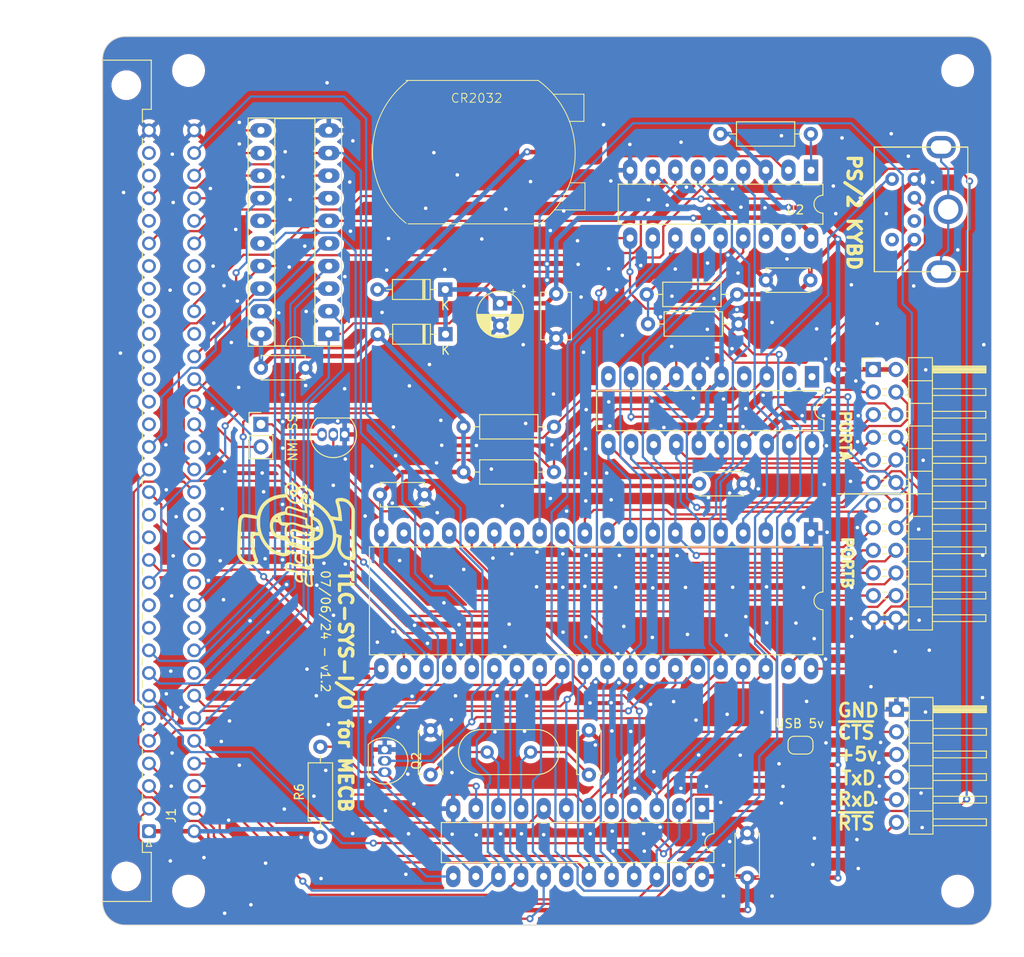
<source format=kicad_pcb>
(kicad_pcb (version 20221018) (generator pcbnew)
  (title_block (title "MECB SYS I/O Board") (date "22/06/24") (rev "1.1") (company "TLC Stuff"))
  (layers (0 "F.Cu" signal) (31 "B.Cu" signal) (34 "B.Paste" user) (35 "F.Paste" user) (36 "B.SilkS" user "B.Silkscreen") (37 "F.SilkS" user "F.Silkscreen") (38 "B.Mask" user) (39 "F.Mask" user) (44 "Edge.Cuts" user))
  (net 0 "")
  (net 1 "GND")
  (net 2 "+5V")
  (net 3 "Net-(U4-X1{slash}CLK)")
  (net 4 "Net-(U4-X2)")
  (net 5 "ECB_CLK")
  (net 6 "/ECB_D5")
  (net 7 "/ECB_D6")
  (net 8 "ECB_R{slash}~{W}")
  (net 9 "ECB_TxD")
  (net 10 "ECB_RxD")
  (net 11 "/ECB_D3")
  (net 12 "/ECB_D4")
  (net 13 "ECB_A2")
  (net 14 "/ECB_A4")
  (net 15 "/ECB_A5")
  (net 16 "/ECB_A6")
  (net 17 "/ECB_A14")
  (net 18 "/ECB_A13")
  (net 21 "/ECB_D0")
  (net 22 "/ECB_D7")
  (net 23 "/ECB_D2")
  (net 25 "ECB_A3")
  (net 28 "/ECB_A7")
  (net 30 "ECB_~{IORQ}")
  (net 32 "/ECB_D1")
  (net 35 "ECB_A0")
  (net 38 "ECB_A1")
  (net 42 "ECB_~{RTS}")
  (net 44 "ECB_~{NMI}")
  (net 45 "ECB_~{INT}")
  (net 46 "ECB_~{WR}")
  (net 47 "ECB_~{RD}")
  (net 49 "/ECB_A11")
  (net 52 "ECB_~{MREQ}")
  (net 54 "KYBD_CLK")
  (net 58 "ECB_~{RESET}")
  (net 59 "/ECB_A12")
  (net 60 "/ECB_A15")
  (net 63 "PIA_PA0")
  (net 64 "PIA_PA1")
  (net 65 "PIA_PA2")
  (net 66 "PIA_PA3")
  (net 67 "PIA_PA4")
  (net 68 "PIA_PA5")
  (net 69 "PIA_PA6")
  (net 70 "PIA_PA7")
  (net 71 "PIA_CA1")
  (net 72 "PIA_CA2")
  (net 73 "PIA_PB0")
  (net 74 "PIA_PB1")
  (net 75 "PIA_PB2")
  (net 76 "PIA_PB3")
  (net 77 "PIA_PB4")
  (net 78 "PIA_PB5")
  (net 79 "PIA_PB6")
  (net 80 "PIA_PB7")
  (net 81 "PIA_CB1")
  (net 82 "PIA_CB2")
  (net 83 "Net-(JP1-A)")
  (net 84 "ECB_~{CTS}")
  (net 85 "Net-(JP2-A)")
  (net 86 "CS_~{ACIA}")
  (net 87 "Net-(D2-A)")
  (net 88 "CS_~{PIA}")
  (net 89 "KYBD_DATA")
  (net 94 "unconnected-(J2-Pad7)")
  (net 97 "Vcc_BAT")
  (net 98 "Net-(U2-STD.P)")
  (net 99 "PWR_LEVEL")
  (net 100 "CS_~{RTC}")
  (net 103 "RST")
  (footprint "MountingHole:MountingHole_3.2mm_M3" (layer "F.Cu") (at 192.532 50.419)
    (fp_text reference "H1" hide)
    (fp_text value "MountingHole" hide)
  )
  (footprint "MountingHole:MountingHole_3.2mm_M3" (layer "F.Cu") (at 192.532 142.621)
    (fp_text reference "H2" hide)
    (fp_text value "MountingHole" hide)
  )
  (footprint "Package_DIP:DIP-20_W7.62mm_Socket_LongPads" (layer "F.Cu") (at 121.92 80.01 180)
    (fp_text reference "U1" hide)
    (fp_text value "ATF16V8")
  )
  (footprint "MountingHole:MountingHole_3.2mm_M3" (layer "F.Cu") (at 106.172 50.419)
    (fp_text reference "H3" hide)
    (fp_text value "MountingHole" hide)
  )
  (footprint "MountingHole:MountingHole_3.2mm_M3" (layer "F.Cu") (at 106.172 142.621)
    (fp_text reference "H4" hide)
    (fp_text value "MountingHole" hide)
  )
  (footprint "Connector_PinHeader_2.54mm:PinHeader_1x02_P2.54mm_Vertical" (layer "F.Cu") (at 114.3 90.17)
    (fp_text reference "JP1" hide)
    (fp_text value "~{NMI} SS")
  )
  (footprint "Capacitor_THT:CP_Radial_D5.0mm_P2.50mm" (layer "F.Cu") (at 141.15 76.575 -90)
    (fp_text reference "C8" hide)
    (fp_text value "1uF")
  )
  (footprint "Resistor_THT:R_Axial_DIN0207_L6.3mm_D2.5mm_P10.16mm_Horizontal" (layer "F.Cu") (at 167.925 78.9 180)
    (fp_text reference "R5" hide)
    (fp_text value "1K")
  )
  (footprint "Jumper:SolderJumper-2_P1.3mm_Open_RoundedPad1.0x1.5mm" (layer "F.Cu") (at 174.89 126.22 180)
    (fp_text reference "JP2" hide)
    (fp_text value "USB 5v")
  )
  (footprint "MyCustomFootprintLibrary:DIN41612_C_2x32_C64AC_Male_Horizontal_THT" (layer "F.Cu") (at 101.727 135.89 90)
    (fp_text reference "J1")
    (fp_text value "MECB_64AC" hide)
  )
  (footprint "Capacitor_THT:C_Disc_D5.1mm_W3.2mm_P5.00mm" (layer "F.Cu") (at 147.45 75.5 -90)
    (fp_text reference "C9" hide)
    (fp_text value "100nF")
  )
  (footprint "TLC_Stuff:SMD CR2032" (layer "F.Cu") (at 139.575497 59.583283)
    (fp_text reference "CR2032")
    (fp_text value "3.6v")
  )
  (footprint "Resistor_THT:R_Axial_DIN0207_L6.3mm_D2.5mm_P10.16mm_Horizontal" (layer "F.Cu") (at 120.975 136.555 90)
    (fp_text reference "R6")
    (fp_text value "1M")
  )
  (footprint "Diode_THT:D_DO-35_SOD27_P7.62mm_Horizontal" (layer "F.Cu") (at 135 75.025 180)
    (fp_text reference "D2" hide)
    (fp_text value "BAT42")
  )
  (footprint "Package_DIP:DIP-20_W7.62mm_LongPads" (layer "F.Cu") (at 176.18 84.83 -90)
    (fp_text reference "U6" hide)
    (fp_text value "ATtiny261A-P")
  )
  (footprint "Capacitor_THT:C_Disc_D4.7mm_W2.5mm_P5.00mm" (layer "F.Cu") (at 168.91 141.097 90)
    (fp_text reference "C7" hide)
    (fp_text value "100nF")
  )
  (footprint "Capacitor_THT:C_Disc_D4.7mm_W2.5mm_P5.00mm" (layer "F.Cu") (at 151.13 129.54 90)
    (fp_text reference "C1" hide)
    (fp_text value "22pF")
  )
  (footprint "Resistor_THT:R_Axial_DIN0207_L6.3mm_D2.5mm_P10.16mm_Horizontal" (layer "F.Cu") (at 147.21 90.45 180)
    (fp_text reference "R2" hide)
    (fp_text value "10K")
  )
  (footprint "Package_TO_SOT_THT:TO-92_Inline" (layer "F.Cu") (at 123.698 91.313 180)
    (fp_text reference "Q1" hide)
    (fp_text value "2N7000")
  )
  (footprint "Capacitor_THT:C_Disc_D4.7mm_W2.5mm_P5.00mm" (layer "F.Cu") (at 127.675 98.075)
    (fp_text reference "C5" hide)
    (fp_text value "100nF")
  )
  (footprint "Package_TO_SOT_THT:TO-92_Inline" (layer "F.Cu") (at 128.2 126.71 -90)
    (fp_text reference "Q2")
    (fp_text value "2N7000")
  )
  (footprint "Package_DIP:DIP-18_W7.62mm_LongPads" (layer "F.Cu") (at 176.075 61.63 -90)
    (fp_text reference "U2")
    (fp_text value "RTC72421")
  )
  (footprint "Crystal:Crystal_HC49-U_Vertical" (layer "F.Cu") (at 139.7 127)
    (fp_text reference "Y1" hide)
    (fp_text value "3.6864Mhz")
  )
  (footprint "TLC_Stuff:Logo11x13" (layer "F.Cu") (at 118.279486 102.568782 -90)
    (fp_text reference "L1" hide)
    (fp_text value "myLogo" hide)
  )
  (footprint "Capacitor_THT:C_Disc_D4.7mm_W2.5mm_P5.00mm" (layer "F.Cu") (at 114.3 83.82)
    (fp_text reference "C3" hide)
    (fp_text value "100nF")
  )
  (footprint "Resistor_THT:R_Axial_DIN0207_L6.3mm_D2.5mm_P10.16mm_Horizontal" (layer "F.Cu") (at 147.21 95.53 180)
    (fp_text reference "R1" hide)
    (fp_text value "10K")
  )
  (footprint "Resistor_THT:R_Axial_DIN0207_L6.3mm_D2.5mm_P10.16mm_Horizontal" (layer "F.Cu") (at 165.89 57.55)
    (fp_text reference "R3" hide)
    (fp_text value "3K3")
  )
  (footprint "Capacitor_THT:C_Disc_D4.7mm_W2.5mm_P5.00mm" (layer "F.Cu") (at 133.35 124.54 -90)
    (fp_text reference "C2" hide)
    (fp_text value "22pF")
  )
  (footprint "TLC_Stuff:PS2_mini_DIN" (layer "F.Cu") (at 196.175 66.025 -90)
    (fp_text reference "J2" hide)
    (fp_text value "PS/2_Connector" hide)
  )
  (footprint "Diode_THT:D_DO-35_SOD27_P7.62mm_Horizontal" (layer "F.Cu") (at 135.025 80.05 180)
    (fp_text reference "D1" hide)
    (fp_text value "BAT42")
  )
  (footprint "Connector_PinHeader_2.54mm:PinHeader_1x06_P2.54mm_Horizontal" (layer "F.Cu") (at 185.6613 122.1842)
    (fp_text reference "P1" hide)
    (fp_text value "FTDI_con" hide)
  )
  (footprint "Connector_PinHeader_2.54mm:PinHeader_2x12_P2.54mm_Horizontal" (layer "F.Cu") (at 183.06 84.01)
    (fp_text reference "J6" hide)
    (fp_text value "Conn_02x12_Odd_Even" hide)
  )
  (footprint "Capacitor_THT:C_Disc_D4.7mm_W2.5mm_P5.00mm" (layer "F.Cu") (at 163.5 96.85)
    (fp_text reference "C4" hide)
    (fp_text value "100nF")
  )
  (footprint "Resistor_THT:R_Axial_DIN0207_L6.3mm_D2.5mm_P10.16mm_Horizontal" (layer "F.Cu") (at 157.615 75.575)
    (fp_text reference "R4" hide)
    (fp_text value "1K")
  )
  (footprint "Package_DIP:DIP-24_W7.62mm_LongPads" (layer "F.Cu") (at 163.83 133.35 -90)
    (fp_text reference "U4" hide)
    (fp_text value "SCC2691")
  )
  (footprint "Package_DIP:DIP-40_W15.24mm_LongPads" (layer "F.Cu") (at 176.075 102.385 -90)
    (fp_text reference "U5" hide)
    (fp_text value "WD65C22")
  )
  (footprint "Capacitor_THT:C_Disc_D4.7mm_W2.5mm_P5.00mm" (layer "F.Cu") (at 176 73.975 180)
    (fp_text reference "C6" hide)
    (fp_text value "100nF")
  )
  (gr_line (start 187.04 97.98) (end 179.05 97.99) (stroke (width 0.15)) (layer "F.SilkS"))
  (gr_arc (start 196.342 143.891) (mid 195.598051 145.687051) (end 193.802 146.431) (stroke (width 0.1)) (layer "Edge.Cuts"))
  (gr_line (start 193.802 46.609) (end 99.06 46.609) (stroke (width 0.1)) (layer "Edge.Cuts"))
  (gr_arc (start 193.802 46.609) (mid 195.598051 47.352949) (end 196.342 49.149) (stroke (width 0.1)) (layer "Edge.Cuts"))
  (gr_line (start 196.342 143.891) (end 196.342 49.149) (stroke (width 0.1)) (layer "Edge.Cuts"))
  (gr_line (start 99.06 146.431) (end 193.802 146.431) (stroke (width 0.1)) (layer "Edge.Cuts"))
  (gr_arc (start 96.52 49.149) (mid 97.263949 47.352949) (end 99.06 46.609) (stroke (width 0.1)) (layer "Edge.Cuts"))
  (gr_line (start 96.52 49.149) (end 96.52 143.891) (stroke (width 0.1)) (layer "Edge.Cuts"))
  (gr_arc (start 99.06 146.431) (mid 97.263949 145.687051) (end 96.52 143.891) (stroke (width 0.1)) (layer "Edge.Cuts"))
  (gr_text "TxD" (at 179.25 130.8) (layer "F.SilkS") (effects (font (size 1.5 1.5) (thickness 0.3) bold) (justify left bottom)))
  (gr_text "~{CTS}" (at 178.9 125.68) (layer "F.SilkS") (effects (font (size 1.5 1.5) (thickness 0.3) bold) (justify left bottom)))
  (gr_text "PORTA" (at 179.2 88.48 -90) (layer "F.SilkS") (effects (font (size 1.2 1.2) (thickness 0.3) bold) (justify left bottom)))
  (gr_text "07/06/24 - v1.2" (at 120.95 106.47 270) (layer "F.SilkS") (effects (font (size 1 1)) (justify left bottom)))
  (gr_text "PS/2 KYBD" (at 180.025 59.7 -90) (layer "F.SilkS") (effects (font (size 1.5 1.5) (thickness 0.375) bold) (justify left bottom)))
  (gr_text "RxD" (at 178.9 133.2) (layer "F.SilkS") (effects (font (size 1.5 1.5) (thickness 0.3) bold) (justify left bottom)))
  (gr_text "GND" (at 178.9 123.18) (layer "F.SilkS") (effects (font (size 1.5 1.5) (thickness 0.3) bold) (justify left bottom)))
  (gr_text "PORTB" (at 179.43 102.64 270) (layer "F.SilkS") (effects (font (size 1.2 1.2) (thickness 0.3) bold) (justify left bottom)))
  (gr_text "~{RTS}" (at 178.9 135.89) (layer "F.SilkS") (effects (font (size 1.5 1.5) (thickness 0.3) bold) (justify left bottom)))
  (gr_text "TLC-SYS-I/O for MECB" (at 122.92 106.39 270) (layer "F.SilkS") (effects (font (size 1.5 1.5) (thickness 0.375) bold) (justify left bottom)))
  (gr_text "+5v" (at 178.9 128.12) (layer "F.SilkS") (effects (font (size 1.5 1.5) (thickness 0.3) bold) (justify left bottom)))
  (segment (start 129.042214 59.65) (end 128.975497 59.583283) (width 0.508) (layer "F.Cu") (net 1))
  (via (at 175.075 89.2) (size 0.8) (drill 0.4) (layers "F.Cu" "B.Cu") (net 1))
  (via (at 133 114.775) (size 0.8) (drill 0.4) (layers "F.Cu" "B.Cu") (net 1))
  (via (at 155.825 124.675) (size 0.8) (drill 0.4) (layers "F.Cu" "B.Cu") (net 1))
  (via (at 151.25 121.475) (size 0.8) (drill 0.4) (layers "F.Cu" "B.Cu") (net 1))
  (via (at 119.32 85.81) (size 0.8) (drill 0.4) (layers "F.Cu" "B.Cu") (net 1))
  (via (at 144.575 62.9) (size 0.8) (drill 0.4) (layers "F.Cu" "B.Cu") (net 1))
  (via (at 128.275 133.575) (size 0.8) (drill 0.4) (layers "F.Cu" "B.Cu") (net 1))
  (via (at 153.825 138.125) (size 0.8) (drill 0.4) (layers "F.Cu" "B.Cu") (net 1))
  (via (at 134.95 72.775) (size 0.8) (drill 0.4) (layers "F.Cu" "B.Cu") (net 1))
  (via (at 108.625 63.675) (size 0.8) (drill 0.4) (layers "F.Cu" "B.Cu") (net 1))
  (via (at 111.875 58.675) (size 0.8) (drill 0.4) (layers "F.Cu" "B.Cu") (net 1))
  (via (at 116.73 86.84) (size 0.8) (drill 0.4) (layers "F.Cu" "B.Cu") (net 1))
  (via (at 123.775 105.875) (size 0.8) (drill 0.4) (layers "F.Cu" "B.Cu") (net 1))
  (via (at 168.75 111.775) (size 0.8) (drill 0.4) (layers "F.Cu" "B.Cu") (net 1))
  (via (at 156.95 72.325) (size 0.8) (drill 0.4) (layers "F.Cu" "B.Cu") (net 1))
  (via (at 126.56 123.59) (size 0.8) (drill 0.4) (layers "F.Cu" "B.Cu") (net 1))
  (via (at 167.25 63.725) (size 0.8) (drill 0.4) (layers "F.Cu" "B.Cu") (net 1))
  (via (at 149.85 69.55) (size 0.8) (drill 0.4) (layers "F.Cu" "B.Cu") (net 1))
  (via (at 172.75 132.725) (size 0.8) (drill 0.4) (layers "F.Cu" "B.Cu") (net 1))
  (via (at 108.45 93.45) (size 0.8) (drill 0.4) (layers "F.Cu" "B.Cu") (net 1))
  (via (at 153.59 62.83) (size 0.8) (drill 0.4) (layers "F.Cu" "B.Cu") (net 1))
  (via (at 121.725 51.8) (size 0.8) (drill 0.4) (layers "F.Cu" "B.Cu") (net 1))
  (via (at 140.35 105.2) (size 0.8) (drill 0.4) (layers "F.Cu" "B.Cu") (net 1))
  (via (at 150.525 82.075) (size 0.8) (drill 0.4) (layers "F.Cu" "B.Cu") (net 1))
  (via (at 111.875 56.25) (size 0.8) (drill 0.4) (layers "F.Cu" "B.Cu") (net 1))
  (via (at 175.575 121.3) (size 0.8) (drill 0.4) (layers "F.Cu" "B.Cu") (net 1))
  (via (at 140.175 95.2) (size 0.8) (drill 0.4) (layers "F.Cu" "B.Cu") (net 1))
  (via (at 154.875 80.175) (size 0.8) (drill 0.4) (layers "F.Cu" "B.Cu") (net 1))
  (via (at 120.25 131.95) (size 0.8) (drill 0.4) (layers "F.Cu" "B.Cu") (net 1))
  (via (at 128.625 69.3) (size 0.8) (drill 0.4) (layers "F.Cu" "B.Cu") (net 1))
  (via (at 113.175 144.15) (size 0.8) (drill 0.4) (layers "F.Cu" "B.Cu") (net 1))
  (via (at 141.8 66) (size 0.8) (drill 0.4) (layers "F.Cu" "B.Cu") (net 1))
  (via (at 153.625 121.45) (size 0.8) (drill 0.4) (layers "F.Cu" "B.Cu") (net 1))
  (via (at 123.7 86.175) (size 0.8) (drill 0.4) (layers "F.Cu" "B.Cu") (net 1))
  (via (at 162.075 63.525) (size 0.8) (drill 0.4) (layers "F.Cu" "B.Cu") (net 1))
  (via (at 133.425 107.225) (size 0.8) (drill 0.4) (layers "F.Cu" "B.Cu") (net 1))
  (via (at 157.35 138.125) (size 0.8) (drill 0.4) (layers "F.Cu" "B.Cu") (net 1))
  (via (at 164.325 130.85) (size 0.8) (drill 0.4) (layers "F.Cu" "B.Cu") (net 1))
  (via (at 121.375 105.775) (size 0.8) (drill 0.4) (layers "F.Cu" "B.Cu") (net 1))
  (via (at 166.75 71.15) (size 0.8) (drill 0.4) (layers "F.Cu" "B.Cu") (net 1))
  (via (at 168.12 127.34) (size 0.8) (drill 0.4) (layers "F.Cu" "B.Cu") (net 1))
  (via (at 111.8 86.025) (size 0.8) (drill 0.4) (layers "F.Cu" "B.Cu") (net 1))
  (via (at 150.79 114.05) (size 0.8) (drill 0.4) (layers "F.Cu" "B.Cu") (net 1))
  (via (at 184.525 66.5) (size 0.8) (drill 0.4) (layers "F.Cu" "B.Cu") (net 1))
  (via (at 185.525 115.7) (size 0.8) (drill 0.4) (layers "F.Cu" "B.Cu") (net 1))
  (via (at 165.175 76.05) (size 0.8) (drill 0.4) (layers "F.Cu" "B.Cu") (net 1))
  (via (at 133.72 59.65) (size 0.8) (drill 0.4) (layers "F.Cu" "B.Cu") (net 1))
  (via (at 146.8 98.5) (size 0.8) (drill 0.4) (layers "F.Cu" "B.Cu") (net 1))
  (via (at 164.625 65.925) (size 0.8) (drill 0.4) (layers "F.Cu" "B.Cu") (net 1))
  (via (at 121.875 123.9) (size 0.8) (drill 0.4) (layers "F.Cu" "B.Cu") (net 1))
  (via (at 155.725 58.725) (size 0.8) (drill 0.4) (layers "F.Cu" "B.Cu") (net 1))
  (via (at 119.475 117.675) (size 0.8) (drill 0.4) (layers "F.Cu" "B.Cu") (net 1))
  (via (at 124.35 68.475) (size 0.8) (drill 0.4) (layers "F.Cu" "B.Cu") (net 1))
  (via (at 120.575 108.25) (size 0.8) (drill 0.4) (layers "F.Cu" "B.Cu") (net 1))
  (via (at 188.95 84.05) (size 0.8) (drill 0.4) (layers "F.Cu" "B.Cu") (net 1))
  (via (at 103.675 120.45) (size 0.8) (drill 0.4) (layers "F.Cu" "B.Cu") (net 1))
  (via (at 147.15 86.775) (size 0.8) (drill 0.4) (layers "F.Cu" "B.Cu") (net 1))
  (via (at 111.875 128.475) (size 0.8) (drill 0.4) (layers "F.Cu" "B.Cu") (net 1))
  (via (at 109.85 125.8) (size 0.8) (drill 0.4) (layers "F.Cu" "B.Cu") (net 1))
  (via (at 181.375 89.2) (size 0.8) (drill 0.4) (layers "F.Cu" "B.Cu") (net 1))
  (via (at 129.875 105.475) (size 0.8) (drill 0.4) (layers "F.Cu" "B.Cu") (net 1))
  (via (at 140.825 120.675) (size 0.8) (drill 0.4) (layers "F.Cu" "B.Cu") (net 1))
  (via (at 177.55 96.925) (size 0.8) (drill 0.4) (layers "F.Cu" "B.Cu") (net 1))
  (via (at 143.9 124.65) (size 0.8) (drill 0.4) (layers "F.Cu" "B.Cu") (net 1))
  (via (at 127.9 77.6) (size 0.8) (drill 0.4) (layers "F.Cu" "B.Cu") (net 1))
  (via (at 109.725 105.5) (size 0.8) (drill 0.4) (layers "F.Cu" "B.Cu") (net 1))
  (via (at 180.6 74.5) (size 0.8) (drill 0.4) (layers "F.Cu" "B.Cu") (net 1))
  (via (at 179.55 58) (size 0.8) (drill 0.4) (layers "F.Cu" "B.Cu") (net 1))
  (via (at 134.6 92.525) (size 0.8) (drill 0.4) (layers "F.Cu" "B.Cu") (net 1))
  (via (at 167.75 77.275) (size 0.8) (drill 0.4) (layers "F.Cu" "B.Cu") (net 1))
  (via (at 168.2 65.775) (size 0.8) (drill 0.4) (layers "F.Cu" "B.Cu") (net 1))
  (via (at 160.64 121.325) (size 0.8) (drill 0.4) (layers "F.Cu" "B.Cu") (net 1))
  (via (at 153.71 124.62) (size 0.8) (drill 0.4) (layers "F.Cu" "B.Cu") (net 1))
  (via (at 166.925 97.9) (size 0.8) (drill 0.4) (layers "F.Cu" "B.Cu") (net 1))
  (via (at 110.975 80.975) (size 0.8) (drill 0.4) (layers "F.Cu" "B.Cu") (net 1))
  (via (at 135.675 123.35) (size 0.8) (drill 0.4) (layers "F.Cu" "B.Cu") (net 1))
  (via (at 116.75 89.87) (size 0.8) (drill 0.4) (layers "F.Cu" "B.Cu") (net 1))
  (via (at 123.725 73.575) (size 0.8) (drill 0.4) (layers "F.Cu" "B.Cu") (net 1))
  (via (at 129.05 99.025) (size 0.8) (drill 0.4) (layers "F.Cu" "B.Cu") (net 1))
  (via (at 109.95 99.675) (size 0.8) (drill 0.4) (layers "F.Cu" "B.Cu") (net 1))
  (via (at 177.7 116.55) (size 0.8) (drill 0.4) (layers "F.Cu" "B.Cu") (net 1))
  (via (at 148.2 108.475) (size 0.8) (drill 0.4) (layers "F.Cu" "B.Cu") (net 1))
  (via (at 148.625 99.925) (size 0.8) (drill 0.4) (layers "F.Cu" "B.Cu") (net 1))
  (via (at 177.725 82.825) (size 0.8) (drill 0.4) (layers "F.Cu" "B.Cu") (net 1))
  (via (at 183.75 130.825) (size 0.8) (drill 0.4) (layers "F.Cu" "B.Cu") (net 1))
  (via (at 157.275 136.15) (size 0.8) (drill 0.4) (layers "F.Cu" "B.Cu") (net 1))
  (via (at 144.125 120.675) (size 0.8) (drill 0.4) (layers "F.Cu" "B.Cu") (net 1))
  (via (at 143.825 74.65) (size 0.8) (drill 0.4) (layers "F.Cu" "B.Cu") (net 1))
  (via (at 104.1 75.1) (size 0.8) (drill 0.4) (layers "F.Cu" "B.Cu") (net 1))
  (via (at 132.8 65.9) (size 0.8) (drill 0.4) (layers "F.Cu" "B.Cu") (net 1))
  (via (at 158.2 87.575) (size 0.8) (drill 0.4) (layers "F.Cu" "B.Cu") (net 1))
  (via (at 164.55 98.4) (size 0.8) (drill 0.4) (layers "F.Cu" "B.Cu") (net 1))
  (via (at 148.3 66.2) (size 0.8) (drill 0.4) (layers "F.Cu" "B.Cu") (net 1))
  (via (at 168.75 88.4) (size 0.8) (drill 0.4) (layers "F.Cu" "B.Cu") (net 1))
  (via (at 170.15 97.425) (size 0.8) (drill 0.4) (layers "F.Cu" "B.Cu") (net 1))
  (via (at 128.425 72.85) (size 0.8) (drill 0.4) (layers "F.Cu" "B.Cu") (net 1))
  (via (at 142.175 112.625) (size 0.8) (drill 0.4) (layers "F.Cu" "B.Cu") (net 1))
  (via (at 107.9 138.85) (size 0.8) (drill 0.4) (layers "F.Cu" "B.Cu") (net 1))
  (via (at 138.5 92.55) (size 0.8) (drill 0.4) (layers "F.Cu" "B.Cu") (net 1))
  (via (at 119.38 77.49) (size 0.8) (drill 0.4) (layers "F.Cu" "B.Cu") (net 1))
  (via (at 150.775 98.775) (size 0.8) (drill 0.4) (layers "F.Cu" "B.Cu") (net 1))
  (via (at 166.24 87.34) (size 0.8) (drill 0.4) (layers "F.Cu" "B.Cu") (net 1))
  (via (at 104.45 104.95) (size 0.8) (drill 0.4) (layers "F.Cu" "B.Cu") (net 1))
  (via (at 122.425 97.025) (size 0.8) (drill 0.4) (layers "F.Cu" "B.Cu") (net 1))
  (via (at 175.225 108.5) (size 0.8) (drill 0.4) (layers "F.Cu" "B.Cu") (net 1))
  (via (at 116.73 99.17) (size 0.8) (drill 0.4) (layers "F.Cu" "B.Cu") (net 1))
  (via (at 123.775 94.075) (size 0.8) (drill 0.4) (layers "F.Cu" "B.Cu") (net 1))
  (via (at 117.475 72.5) (size 0.8) (drill 0.4) (layers "F.Cu" "B.Cu") (net 1))
  (via (at 124.625 58.325) (size 0.8) (drill 0.4) (layers "F.Cu" "B.Cu") (net 1))
  (via (at 166.94 137.05) (size 0.8) (drill 0.4) (layers "F.Cu" "B.Cu") (net 1))
  (via (at 148.2 104.725) (size 0.8) (drill 0.4) (layers "F.Cu" "B.Cu") (net 1))
  (via (at 158.425 129.2) (size 0.8) (drill 0.4) (layers "F.Cu" "B.Cu") (net 1))
  (via (at 180.5 96.575) (size 0.8) (drill 0.4) (layers "F.Cu" "B.Cu") (net 1))
  (via (at 153.625 98.65) (size 0.8) (drill 0.4) (layers "F.Cu" "B.Cu") (net 1))
  (via (at 120.52 120.67) (size 0.8) (drill 0.4) (layers "F.Cu" "B.Cu") (net 1))
  (via (at 122.925 89.8) (size 0.8) (drill 0.4) (layers "F.Cu" "B.Cu") (net 1))
  (via (at 138.475 136.3) (size 0.8) (drill 0.4) (layers "F.Cu" "B.Cu") (net 1))
  (via (at 187.6 74.625) (size 0.8) (drill 0.4) (layers "F.Cu" "B.Cu") (net 1))
  (via (at 180.575 112) (size 0.8) (drill 0.4) (layers "F.Cu" "B.Cu") (net 1))
  (via (at 188.55 135.475) (size 0.8) (drill 0.4) (layers "F.Cu" "B.Cu") (net 1))
  (via (at 131.55 112.75) (size 0.8) (drill 0.4) (layers "F.Cu" "B.Cu") (net 1))
  (via (at 160.45 75.775) (size 0.8) (drill 0.4) (layers "F.Cu" "B.Cu") (net 1))
  (via (at 124.275 62.95) (size 0.8) (drill 0.4) (layers "F.Cu" "B.Cu") (net 1))
  (via (at 172.575 89.475) (size 0.8) (drill 0.4) (layers "F.Cu" "B.Cu") (net 1))
  (via (at 145.3 104.525) (size 0.8) (drill 0.4) (layers "F.Cu" "B.Cu") (net 1))
  (via (at 159.925 65.55) (size 0.8) (drill 0.4) (layers "F.Cu" "B.Cu") (net 1))
  (via (at 185.075 57.525) (size 0.8) (drill 0.4) (layers "F.Cu" "B.Cu") (net 1))
  (via (at 170.7 86.9) (size 0.8) (drill 0.4) (layers "F.Cu" "B.Cu") (net 1))
  (via (at 133.225 83.45) (size 0.8) (drill 0.4) (layers "F.Cu" "B.Cu") (net 1))
  (via (at 114.825 139.475) (size 0.8) (drill 0.4) (layers "F.Cu" "B.Cu") (net 1))
  (via (at 134.025 94.5) (size 0.8) (drill 0.4) (layers "F.Cu" "B.Cu") (net 1))
  (via (at 181.275 101.775) (size 0.8) (drill 0.4) (layers "F.Cu" "B.Cu") (net 1))
  (via (at 161.975 108.5) (size 0.8) (drill 0.4) (layers "F.Cu" "B.Cu") (net 1))
  (via (at 155.05 112.875) (size 0.8) (drill 0.4) (layers "F.Cu" "B.Cu") (net 1))
  (via (at 131.475 132.825) (size 0.8) (drill 0.4) (layers "F.Cu" "B.Cu") (net 1))
  (via (at 166.225 143.175) (size 0.8) (drill 0.4) (layers "F.Cu" "B.Cu") (net 1))
  (via (at 104.775 100.55) (size 0.8) (drill 0.4) (layers "F.Cu" "B.Cu") (net 1))
  (via (at 157.825 64.95) (size 0.8) (drill 0.4) (layers "F.Cu" "B.Cu") (net 1))
  (via (at 116.3 77.65) (size 0.8) (drill 0.4) (layers "F.Cu" "B.Cu") (net 1))
  (via (at 130.875 136.175) (size 0.8) (drill 0.4) (layers "F.Cu" "B.Cu") (net 1))
  (via (at 115.1 113.525) (size 0.8) (drill 0.4) (layers "F.Cu" "B.Cu") (net 1))
  (via (at 183.35 132.675) (size 0.8) (drill 0.4) (layers "F.Cu" "B.Cu") (net 1))
  (via (at 109 78.8) (size 0.8) (drill 0.4) (layers "F.Cu" "B.Cu") (net 1))
  (via (at 121.575 129.05) (size 0.8) (drill 0.4) (layers "F.Cu" "B.Cu") (net 1))
  (via (at 158.3 108.55) (size 0.8) (drill 0.4) (layers "F.Cu" "B.Cu") (net 1))
  (via (at 105.325 121.975) (size 0.8) (drill 0.4) (layers "F.Cu" "B.Cu") (net 1))
  (via (at 176.45 136.675) (size 0.8) (drill 0.4) (layers "F.Cu" "B.Cu") (net 1))
  (via (at 151.85 126.2) (size 0.8) (drill 0.4) (layers "F.Cu" "B.Cu") (net 1))
  (via (at 144.025 90.075) (size 0.8) (drill 0.4) (layers "F.Cu" "B.Cu") (net 1))
  (via (at 183.5 78.85) (size 0.8) (drill 0.4) (layers "F.Cu" "B.Cu") (net 1))
  (via (at 154.55 104.9) (size 0.8) (drill 0.4) (layers "F.Cu" "B.Cu") (net 1))
  (via (at 188.21 112.18) (size 0.8) (drill 0.4) (layers "F.Cu" "B.Cu") (net 1))
  (via (at 116.775 62.375) (size 0.8) (drill 0.4) (layers "F.Cu" "B.Cu") (net 1))
  (via (at 104.325 127.1) (size 0.8) (drill 0.4) (layers "F.Cu" "B.Cu") (net 1))
  (via (at 187 60.05) (size 0.8) (drill 0.4) (layers "F.Cu" "B.Cu") (net 1))
  (via (at 171.7 143.175) (size 0.8) (drill 0.4) (layers "F.Cu" "B.Cu") (net 1))
  (via (at 146.975 92.475) (size 0.8) (drill 0.4) (layers "F.Cu" "B.Cu") (net 1))
  (via (at 180.65 114) (size 0.8) (drill 0.4) (layers "F.Cu" "B.Cu") (net 1))
  (via (at 188.16 101.96) (size 0.8) (drill 0.4) (layers "F.Cu" "B.Cu") (net 1))
  (via (at 143.55 136.175) (size 0.8) (drill 0.4) (layers "F.Cu" "B.Cu") (net 1))
  (via (at 135.775 136.225) (size 0.8) (drill 0.4) (layers "F.Cu" "B.Cu") (net 1))
  (via (at 118.825 136.575) (size 0.8) (drill 0.4) (layers "F.Cu" "B.Cu") (net 1))
  (via (at 117.575 64.925) (size 0.8) (drill 0.4) (layers "F.Cu" "B.Cu") (net 1))
  (via (at 170.9 65.85) (size 0.8) (drill 0.4) (layers "F.Cu" "B.Cu") (net 1))
  (via (at 178.575 63.4) (size 0.8) (drill 0.4) (layers "F.Cu" "B.Cu") (net 1))
  (via (at 152.775 56.5) (size 0.8) (drill 0.4) (layers "F.Cu" "B.Cu") (net 1))
  (via (at 146.425 72.15) (size 0.8) (drill 0.4) (layers "F.Cu" "B.Cu") (net 1))
  (via (at 141.4 99.325) (size 0.8) (drill 0.4) (layers "F.Cu" "B.Cu") (net 1))
  (via (at 130.575 140.725) (size 0.8) (drill 0.4) (layers "F.Cu" "B.Cu") (net 1))
  (via (at 153.125 95.65) (size 0.8) (drill 0.4) (layers "F.Cu" "B.Cu") (net 1))
  (via (at 146.425 73.975) (size 0.8) (drill 0.4) (layers "F.Cu" "B.Cu") (net 1))
  (via (at 153.475 90.35) (size 0.8) (drill 0.4) (layers "F.Cu" "B.Cu") (net 1))
  (via (at 170.55 122.525) (size 0.8) (drill 0.4) (layers "F.Cu" "B.Cu") (net 1))
  (via (at 150.75 95.7) (size 0.8) (drill 0.4) (layers "F.Cu" "B.Cu") (net 1))
  (via (at 156.275 131.075) (size 0.8) (drill 0.4) (layers "F.Cu" "B.Cu") (net 1))
  (via (at 110.675 134.65) (size 0.8) (drill 0.4) (layers "F.Cu" "B.Cu") (net 1))
  (via (at 126 100.475) (size 0.8) (drill 0.4) (layers "F.Cu" "B.Cu") (net 1))
  (via (at 165.95 90.325) (size 0.8) (drill 0.4) (layers "F.Cu" "B.Cu") (net 1))
  (via (at 163.45 127.325) (size 0.8) (drill 0.4) (layers "F.Cu" "B.Cu") (net 1))
  (via (at 178.85 66.5) (size 0.8) (drill 0.4) (layers "F.Cu" "B.Cu") (net 1))
  (via (at 154.5 119.2) (size 0.8) (drill 0.4) (layers "F.Cu" "B.Cu") (net 1))
  (via (at 154.375 115.95) (size 0.8) (drill 0.4) (layers "F.Cu" "B.Cu") (net 1))
  (via (at 150.8 104.9) (size 0.8) (drill 0.4) (layers "F.Cu" "B.Cu") (net 1))
  (via (at 172.48 128.31) (size 0.8) (drill 0.4) (layers "F.Cu" "B.Cu") (net 1))
  (via (at 177.475 89.2) (size 0.8) (drill 0.4) (layers "F.Cu" "B.Cu") (net 1))
  (via (at 137.075 106.475) (size 0.8) (drill 0.4) (layers "F.Cu" "B.Cu") (net 1))
  (via (at 129.175 90.475) (size 0.8) (drill 0.4) (layers "F.Cu" "B.Cu") (net 1))
  (via (at 167.875 73.175) (size 0.8) (drill 0.4) (layers "F.Cu" "B.Cu") (net 1))
  (via (at 126.4 130.65) (size 0.8) (drill 0.4) (layers "F.Cu" "B.Cu") (net 1))
  (via (at 149.925 72.2) (size 0.8) (drill 0.4) (layers "F.Cu" "B.Cu") (net 1))
  (via (at 146.8 68.4) (size 0.8) (drill 0.4) (layers "F.Cu" "B.Cu") (net 1))
  (via (at 126.75 94.875) (size 0.8) (drill 0.4) (layers "F.Cu" "B.Cu") (net 1))
  (via (at 103.675 97.525) (size 0.8) (drill 0.4) (layers "F.Cu" "B.Cu") (net 1))
  (via (at 136.775 114.925) (size 0.8) (drill 0.4) (layers "F.Cu" "B.Cu") (net 1))
  (via (at 98.875 64.125) (size 0.8) (drill 0.4) (layers "F.Cu" "B.Cu") (net 1))
  (via (at 166.24 139.72) (size 0.8) (drill 0.4) (layers "F.Cu" "B.Cu") (net 1))
  (via (at 116.75 92.85) (size 0.8) (drill 0.4) (layers "F.Cu" "B.Cu") (net 1))
  (via (at 103.625 92.475) (size 0.8) (drill 0.4) (layers "F.Cu" "B.Cu") (net 1))
  (via (at 110.15 74.6) (size 0.8) (drill 0.4) (layers "F.Cu" "B.Cu") (net 1))
  (via (at 104.275 109.45) (size 0.8) (drill 0.4) (layers "F.Cu" "B.Cu") (net 1))
  (via (at 192.55 70.575) (size 0.8) (drill 0.4) (layers "F.Cu" "B.Cu") (net 1))
  (via (at 150.75 92.925) (size 0.8) (drill 0.4) (layers "F.Cu" "B.Cu") (net 1))
  (via (at 110.775 123.5) (size 0.8) (drill 0.4) (layers "F.Cu" "B.Cu") (net 1))
  (via (at 181.375 140.075) (size 0.8) (drill 0.4) (layers "F.Cu" "B.Cu") (net 1))
  (via (at 148.225 113.525) (size 0.8) (drill 0.4) (layers "F.Cu" "B.Cu") (net 1))
  (via (at 130.97 85.85) (size 0.8) (drill 0.4) (layers "F.Cu" "B.Cu") (net 1))
  (via (at 117.175 108.175) (size 0.8) (drill 0.4) (layers "F.Cu" "B.Cu") (net 1))
  (via (at 165.925 132.65) (size 0.8) (drill 0.4) (layers "F.Cu" "B.Cu") (net 1))
  (via (at 172.925 130.85) (size 0.8) (drill 0.4) (layers "F.Cu" "B.Cu") (net 1))
  (via (at 171.1 112.475) (size 0.8) (drill 0.4) (layers "F.Cu" "B.Cu") (net 1))
  (via (at 108.925 72.4) (size 0.8) (drill 0.4) (layers "F.Cu" "B.Cu") (net 1))
  (via (at 162.84 87.23) (size 0.8) (drill 0.4) (layers "F.Cu" "B.Cu") (net 1))
  (via (at 143.75 81.225) (size 0.8) (drill 0.4) (layers "F.Cu" "B.Cu") (net 1))
  (via (at 158.05 121.625) (size 0.8) (drill 0.4) (layers "F.Cu" "B.Cu") (net 1))
  (via (at 150.25 75.875) (size 0.8) (drill 0.4) (layers "F.Cu" "B.Cu") (net 1))
  (via (at 141.7 115.15) (size 0.8) (drill 0.4) (layers "F.Cu" "B.Cu") (net 1))
  (via (at 129.7 124.2) (size 0.8) (drill 0.4) (layers "F.Cu" "B.Cu") (net 1))
  (via (at 151.275 136.175) (size 0.8) (drill 0.4) (layers "F.Cu" "B.Cu") (net 1))
  (via (at 136.55 112.675) (size 0.8) (drill 0.4) (layers "F.Cu" "B.Cu") (net 1))
  (via (at 104.175 117.9) (size 0.8) (drill 0.4) (layers "F.Cu" "B.Cu") (net 1))
  (via (at 164.45 72.05) (size 0.8) (drill 0.4) (layers "F.Cu" "B.Cu") (net 1))
  (via (at 195.475 81.225) (size 0.8) (drill 0.4) (layers "F.Cu" "B.Cu") (net 1))
  (via (at 136.15 120.675) (size 0.8) (drill 0.4) (layers "F.Cu" "B.Cu") (net 1))
  (via (at 108.85 88.4) (size 0.8) (drill 0.4) (layers "F.Cu" "B.Cu") (net 1))
  (via (at 114.775 105.275) (size 0.8) (drill 0.4) (layers "F.Cu" "B.Cu") (net 1))
  (via (at 153.75 135.875) (size 0.8) (drill 0.4) (layers "F.Cu" "B.Cu") (net 1))
  (via (at 154.25 75.075) (size 0.8) (drill 0.4) (layers "F.Cu" "B.Cu") (net 1))
  (via (at 171.075 108.425) (size 0.8) (drill 0.4) (layers "F.Cu" "B.Cu") (net 1))
  (via (at 150.825 88.525) (size 0.8) (drill 0.4) (layers "F.Cu" "B.Cu") (net 1))
  (via (at 188.425 131.6) (size 0.8) (drill 0.4) (layers "F.Cu" "B.Cu") (net 1))
  (via (at 195.325 120.875) (size 0.8) (drill 0.4) (layers "F.Cu" "B.Cu") (net 1))
  (via (at 180.65 108.5) (size 0.8) (drill 0.4) (layers "F.Cu" "B.Cu") (net 1))
  (via (at 172.75 57.75) (size 0.8) (drill 0.4) (layers "F.Cu" "B.Cu") (net 1))
  (via (at 159.125 135.425) (size 0.8) (drill 0.4) (layers "F.Cu" "B.Cu") (net 1))
  (via (at 110.225 145.1) (size 0.8) (drill 0.4) (layers "F.Cu" "B.Cu") (net 1))
  (via (at 166.65 122.75) (size 0.8) (drill 0.4) (layers "F.Cu" "B.Cu") (net 1))
  (via (at 176.275 139.625) (size 0.8) (drill 0.4) (layers "F.Cu" "B.Cu") (net 1))
  (via (at 161.46 131.07) (size 0.8) (drill 0.4) (layers "F.Cu" "B.Cu") (net 1))
  (via (at 104.45 65.25) (size 0.8) (drill 0.4) (layers "F.Cu" "B.Cu") (net 1))
  (via (at 163.15 123.4) (size 0.8) (drill 0.4) (layers "F.Cu" "B.Cu") (net 1))
  (via (at 157 119.625) (size 0.8) (drill 0.4) (layers "F.Cu" "B.Cu") (net 1))
  (via (at 167.2 81.675) (size 0.8) (drill 0.4) (layers "F.Cu" "B.Cu") (net 1))
  (via (at 134.85 110.225) (size 0.8) (drill 0.4) (layers "F.Cu" "B.Cu") (net 1))
  (via (at 159.175 78.1) (size 0.8) (drill 0.4) (layers "F.Cu" "B.Cu") (net 1))
  (via (at 114.6 97.75) (size 0.8) (drill 0.4) (layers "F.Cu" "B.Cu") (net 1))
  (via (at 177.8 92.575) (size 0.8) (drill 0.4) (layers "F.Cu" "B.Cu") (net 1))
  (via (at 108.4 107.7) (size 0.8) (drill 0.4) (layers "F.Cu" "B.Cu") (net 1))
  (via (at 104.125 139.225) (size 0.8) (drill 0.4) (layers "F.Cu" "B.Cu") (net 1))
  (via (at 142.475 104.725) (size 0.8) (drill 0.4) (layers "F.Cu" "B.Cu") (net 1))
  (via (at 181.225 136.825) (size 0.8) (drill 0.4) (layers "F.Cu" "B.Cu") (net 1))
  (via (at 104.35 59.825) (size 0.8) (drill 0.4) (layers "F.Cu" "B.Cu") (net 1))
  (via (at 182.8 119.65) (size 0.8) (drill 0.4) (layers "F.Cu" "B.Cu") (net 1))
  (via (at 145.25 108.425) (size 0.8) (drill 0.4) (layers "F.Cu" "B.Cu") (net 1))
  (via (at 110.1 109.875) (size 0.8) (drill 0.4) (layers "F.Cu" "B.Cu") (net 1))
  (via (at 189.725 62.975) (size 0.8) (drill 0.4) (layers "F.Cu" "B.Cu") (net 1))
  (via (at 120.65 101.8) (size 0.8) (drill 0.4) (layers "F.Cu" "B.Cu") (net 1))
  (via (at 146.05 136.275) (size 0.8) (drill 0.4) (layers "F.Cu" "B.Cu") (net 1))
  (via (at 134.1 100.1) (size 0.8) (drill 0.4) (layers "F.Cu" "B.Cu") (net 1))
  (via (at 153.36 87.65) (size 0.8) (drill 0.4) (layers "F.Cu" "B.Cu") (net 1))
  (via (at 151.875 119.125) (size 0.8) (drill 0.4) (layers "F.Cu" "B.Cu") (net 1))
  (via (at 188.66 94.21) (size 0.8) (drill 0.4) (layers "F.Cu" "B.Cu") (net 1))
  (via (at 129.125 113.475) (size 0.8) (drill 0.4) (layers "F.Cu" "B.Cu") (net 1))
  (via (at 164.425 79.5) (size 0.8) (drill 0.4) (layers "F.Cu" "B.Cu") (net 1))
  (via (at 113.075 112.25) (size 0.8) (drill 0.4) (layers "F.Cu" "B.Cu") (net 1))
  (via (at 183.88 125.91) (size 0.8) (drill 0.4) (layers "F.Cu" "B.Cu") (net 1))
  (via (at 121.05 141.2) (size 0.8) (drill 0.4) (layers "F.Cu" "B.Cu") (net 1))
  (via (at 166.55 113.875) (size 0.8) (drill 0.4) (layers "F.Cu" "B.Cu") (net 1))
  (via (at 117.025 59.55) (size 0.8) (drill 0.4) (layers "F.Cu" "B.Cu") (net 1))
  (via (at 167.275 108.475) (size 0.8) (drill 0.4) (layers "F.Cu" "B.Cu") (net 1))
  (via (at 135.75 129.3) (size 0.8) (drill 0.4) (layers "F.Cu" "B.Cu") (net 1))
  (via (at 173.375 71.6) (size 0.8) (drill 0.4) (layers "F.Cu" "B.Cu") (net 1))
  (via (at 114.44 95.64) (size 0.8) (drill 0.4) (layers "F.Cu" "B.Cu") (net 1))
  (via (at 159.55 90.525) (size 0.8) (drill 0.4) (layers "F.Cu" "B.Cu") (net 1))
  (via (at 158.225 104.95) (size 0.8) (drill 0.4) (layers "F.Cu" "B.Cu") (net 1))
  (via (at 181.1 85.3) (size 0.8) (drill 0.4) (layers "F.Cu" "B.Cu") (net 1))
  (via (at 160.825 72.725) (size 0.8) (drill 0.4) (layers "F.Cu" "B.Cu") (net 1))
  (via (at 122.45 111.625) (size 0.8) (drill 0.4) (layers "F.Cu" "B.Cu") (net 1))
  (via (at 140.575 124.725) (size 0.8) (drill 0.4) (layers "F.Cu" "B.Cu") (net 1))
  (via (at 174.375 112.5) (size 0.8) (drill 0.4) (layers "F.Cu" "B.Cu") (net 1))
  (via (at 131.275 120.725) (size 0.8) (drill 0.4) (layers "F.Cu" "B.Cu") (net 1))
  (via (at 161.475 58.475) (size 0.8) (drill 0.4) (layers "F.Cu" "B.Cu") (net 1))
  (via (at 134.5 89.725) (size 0.8) (drill 0.4) (layers "F.Cu" "B.Cu") (net 1))
  (via (at 124.6 136.15) (size 0.8) (drill 0.4) (layers "F.Cu" "B.Cu") (net 1))
  (via (at 130.8 129.475) (size 0.8) (drill 0.4) (layers "F.Cu" "B.Cu") (net 1))
  (via (at 171.7 78.725) (size 0.8) (drill 0.4) (layers "F.Cu" "B.Cu") (net 1))
  (via (at 177.75 125.96) (size 0.8) (drill 0.4) (layers "F.Cu" "B.Cu") (net 1))
  (via (at 127.375 114.65) (size 0.8) (drill 0.4) (layers "F.Cu" "B.Cu") (net 1))
  (via (at 162.2 113.775) (size 0.8) (drill 0.4) (layers "F.Cu" "B.Cu") (net 1))
  (via (at 141.2 136.175) (size 0.8) (drill 0.4) (layers "F.Cu" "B.Cu") (net 1))
  (via (at 176.7 79.45) (size 0.8) (drill 0.4) (layers "F.Cu" "B.Cu") (net 1))
  (via (at 164.425 82.775) (size 0.8) (drill 0.4) (layers "F.Cu" "B.Cu") (net 1))
  (via (at 164.01 136.22) (size 0.8) (drill 0.4) (layers "F.Cu" "B.Cu") (net 1))
  (via (at 177.875 102.3) (size 0.8) (drill 0.4) (layers "F.Cu" "B.Cu") (net 1))
  (via (at 110.225 95.475) (size 0.8) (drill 0.4) (layers "F.Cu" "B.Cu") (net 1))
  (via (at 116.925 133.4) (size 0.8) (drill 0.4) (layers "F.Cu" "B.Cu") (net 1))
  (via (at 111.475 68.275) (size 0.8) (drill 0.4) (layers "F.Cu" "B.Cu") (net 1))
  (via (at 188.925 122.5) (size 0.8) (drill 0.4) (layers "F.Cu" "B.Cu") (net 1))
  (via (at 98.525 82.175) (size 0.8) (drill 0.4) (layers "F.Cu" "B.Cu") (net 1))
  (via (at 104.225 130.825) (size 0.8) (drill 0.4) (layers "F.Cu" "B.Cu") (net 1))
  (via (at 153.35 72.7) (size 0.8) (drill 0.4) (layers "F.Cu" "B.Cu") (net 1))
  (via (at 111.65 76.325) (size 0.8) (drill 0.4) (layers "F.Cu" "B.Cu") (net 1))
  (via (at 136.35 62.15) (size 0.8) (drill 0.4) (layers "F.Cu" "B.Cu") (net 1))
  (via (at 161.025 104.925) (size 0.8) (drill 0.4) (layers "F.Cu" "B.Cu") (net 1))
  (via (at 158.25 114.11) (size 0.8) (drill 0.4) (layers "F.Cu" "B.Cu") (net 1))
  (via (at 116.73 105.39) (size 0.8) (drill 0.4) (layers "F.Cu" "B.Cu") (net 1))
  (via (at 139.1 69.35) (size 0.8) (drill 0.4) (layers "F.Cu" "B.Cu") (net 1))
  (via (at 183.7 128.2) (size 0.8) (drill 0.4) (layers "F.Cu" "B.Cu") (net 1))
  (via (at 129.425 93.7) (size 0.8) (drill 0.4) (layers "F.Cu" "B.Cu") (net 1))
  (via (at 168.425 90.425) (size 0.8) (drill 0.4) (layers "F.Cu" "B.Cu") (net 1))
  (via (at 189.35 115.55) (size 0.8) (drill 0.4) (layers "F.Cu" "B.Cu") (net 1))
  (via (at 154.125 108.475) (size 0.8) (drill 0.4) (layers "F.Cu" "B.Cu") (net 1))
  (via (at 160.425 81.425) (size 0.8) (drill 0.4) (layers "F.Cu" "B.Cu") (net 1))
  (via (at 195.35 104.875) (size 0.8) (drill 0.4) (layers "F.Cu" "B.Cu") (net 1))
  (via (at 176.425 114.25) (size 0.8) (drill 0.4) (layers "F.Cu" "B.Cu") (net 1))
  (via (at 119.225 70.15) (size 0.8) (drill 0.4) (layers "F.Cu" "B.Cu") (net 1))
  (via (at 181.3 92.125) (size 0.8) (drill 0.4) (layers "F.Cu" "B.Cu") (net 1))
  (via (at 150.675 108.375) (size 0.8) (drill 0.4) (layers "F.Cu" "B.Cu") (net 1))
  (segment (start 138.62 97.1) (end 163.5 97.1) (width 0.508) (layer "F.Cu") (net 2))
  (segment (start 163.83 140.97) (end 168.783 140.97) (width 0.508) (layer "F.Cu") (net 2))
  (segment (start 168.975 144.75) (end 168.975 144.7) (width 0.508) (layer "F.Cu") (net 2))
  (segment (start 124.943 82.512) (end 127.405 80.05) (width 0.508) (layer "F.Cu") (net 2))
  (segment (start 179.075 69.375) (end 175.575 65.875) (width 0.508) (layer "F.Cu") (net 2))
  (segment (start 183.05 84) (end 183.06 84.01) (width 0.508) (layer "F.Cu") (net 2))
  (segment (start 101.727 135.89) (end 106.807 135.89) (width 0.508) (layer "F.Cu") (net 2))
  (segment (start 137.05 89.695) (end 137.05 90.45) (width 0.508) (layer "F.Cu") (net 2))
  (segment (start 175.575 65.875) (end 173.55 65.8) (width 0.508) (layer "F.Cu") (net 2))
  (segment (start 176 73.975) (end 176 72.45) (width 0.508) (layer "F.Cu") (net 2))
  (segment (start 168.967 144.758) (end 168.975 144.75) (width 0.508) (layer "F.Cu") (net 2))
  (segment (start 174.24 128.065894) (end 174.604106 128.43) (width 0.508) (layer "F.Cu") (net 2))
  (segment (start 179.0485 141.0985) (end 179.1 141.15) (width 0.508) (layer "F.Cu") (net 2))
  (segment (start 169.025 144.7) (end 168.975 144.75) (width 0.508) (layer "F.Cu") (net 2))
  (segment (start 174.4 75.575) (end 167.775 75.575) (width 0.508) (layer "F.Cu") (net 2))
  (segment (start 114.3 83.82) (end 115.608 82.512) (width 0.508) (layer "F.Cu") (net 2))
  (segment (start 130.22 95.53) (end 137.05 95.53) (width 0.508) (layer "F.Cu") (net 2))
  (segment (start 115.608 82.512) (end 124.943 82.512) (width 0.508) (layer "F.Cu") (net 2))
  (segment (start 187.675 69.425) (end 185.625 71.475) (width 0.508) (layer "F.Cu") (net 2))
  (segment (start 179.025 141.1) (end 179.0235 141.0985) (width 0.508) (layer "F.Cu") (net 2))
  (segment (start 185.625 71.475) (end 181.175 71.475) (width 0.508) (layer "F.Cu") (net 2))
  (segment (start 179.08 128.43) (end 174.604106 128.43) (width 0.508) (layer "F.Cu") (net 2))
  (segment (start 106.807 135.89) (end 115.675 144.758) (width 0.508) (layer "F.Cu") (net 2))
  (segment (start 168.975 144.7) (end 169.025 144.7) (width 0.508) (layer "F.Cu") (net 2))
  (segment (start 168.783 140.97) (end 168.91 141.097) (width 0.508) (layer "F.Cu") (net 2))
  (segment (start 173.55 65.8) (end 173.525 65.875) (width 0.508) (layer "F.Cu") (net 2))
  (segment (start 179.022 141.097) (end 168.91 141.097) (width 0.508) (layer "F.Cu") (net 2))
  (segment (start 183.06 84.01) (end 185.6 84.01) (width 0.508) (layer "F.Cu") (net 2))
  (segment (start 115.675 144.758) (end 168.967 144.758) (width 0.508) (layer "F.Cu") (net 2))
  (segment (start 176 73.975) (end 174.4 75.575) (width 0.508) (layer "F.Cu") (net 2))
  (segment (start 179.0235 141.0985) (end 179.0485 141.0985) (width 0.508) (layer "F.Cu") (net 2))
  (segment (start 179.125 84) (end 183.05 84) (width 0.508) (layer "F.Cu") (net 2))
  (segment (start 137.05 95.53) (end 138.62 97.1) (width 0.508) (layer "F.Cu") (net 2))
  (segment (start 179.0235 141.0985) (end 179.022 141.097) (width 0.508) (layer "F.Cu") (net 2))
  (segment (start 127.675 98.075) (end 130.22 95.53) (width 0.508) (layer "F.Cu") (net 2))
  (segment (start 176 72.45) (end 179.075 69.375) (width 0.508) (layer "F.Cu") (net 2))
  (segment (start 181.175 71.475) (end 179.075 69.375) (width 0.508) (layer "F.Cu") (net 2))
  (segment (start 174.24 126.22) (end 174.24 128.065894) (width 0.508) (layer "F.Cu") (net 2))
  (via (at 179.1 141.15) (size 0.8) (drill 0.4) (layers "F.Cu" "B.Cu") (net 2))
  (via (at 168.975 144.7) (size 0.8) (drill 0.4) (layers "F.Cu" "B.Cu") (net 2))
  (via (at 179.125 84) (size 0.8) (drill 0.4) (layers "F.Cu" "B.Cu") (net 2))
  (via (at 179.08 128.43) (size 0.8) (drill 0.4) (layers "F.Cu" "B.Cu") (net 2))
  (via (at 173.55 65.8) (size 0.8) (drill 0.4) (layers "F.Cu" "B.Cu") (net 2))
  (via (at 179.075 69.375) (size 0.8) (drill 0.4) (layers "F.Cu" "B.Cu") (net 2))
  (segment (start 166.02 84.83) (end 166.02 77.33) (width 0.508) (layer "B.Cu") (net 2))
  (segment (start 127.815 102.385) (end 127.815 106.065) (width 0.508) (layer "B.Cu") (net 2))
  (segment (start 179.1 128.45) (end 179.08 128.43) (width 0.508) (layer "B.Cu") (net 2))
  (segment (start 179.1 83.975) (end 179.1 69.4) (width 0.508) (layer "B.Cu") (net 2))
  (segment (start 164.4075 86.6925) (end 164.4075 89.1675) (width 0.508) (layer "B.Cu") (net 2))
  (segment (start 179.1 128.41) (end 179.1 84.025) (width 0.508) (layer "B.Cu") (net 2))
  (segment (start 163.5 92.47) (end 163.48 92.45) (width 0.508) (layer "B.Cu") (net 2))
  (segment (start 127.815 106.065) (end 135.435 113.685) (width 0.508) (layer "B.Cu") (net 2))
  (segment (start 163.48 90.095) (end 163.48 92.45) (width 0.508) (layer "B.Cu") (net 2))
  (segment (start 137.05 95.53) (end 137.05 90.45) (width 0.508) (layer "B.Cu") (net 2))
  (segment (start 179.125 84) (end 179.1 83.975) (width 0.508) (layer "B.Cu") (net 2))
  (segment (start 179.1 69.4) (end 179.075 69.375) (width 0.508) (layer "B.Cu") (net 2))
  (segment (start 179.08 128.43) (end 179.1 128.41) (width 0.508) (layer "B.Cu") (net 2))
  (segment (start 164.4075 89.1675) (end 163.48 90.095) (width 0.508) (layer "B.Cu") (net 2))
  (segment (start 179.1 84.025) (end 179.125 84) (width 0.508) (layer "B.Cu") (net 2))
  (segment (start 127.815 102.385) (end 127.815 98.215) (width 0.508) (layer "B.Cu") (net 2))
  (segment (start 170.995 64.02) (end 172.775 65.8) (width 0.508) (layer "B.Cu") (net 2))
  (segment (start 127.405 80.05) (end 137.05 89.695) (width 0.508) (layer "B.Cu") (net 2))
  (segment (start 110.719106 135.89) (end 110.942106 135.667) (width 0.508) (layer "B.Cu") (net 2))
  (segment (start 168.91 141.097) (end 168.91 144.635) (width 0.508) (layer "B.Cu") (net 2))
  (segment (start 137.05 89.695) (end 137.05 90.45) (width 0.508) (layer "B.Cu") (net 2))
  (segment (start 166.02 85.08) (end 164.4075 86.6925) (width 0.508) (layer "B.Cu") (net 2))
  (segment (start 165.89 57.55) (end 166.915 57.55) (width 0.508) (layer "B.Cu") (net 2))
  (segment (start 172.775 65.8) (end 173.55 65.8) (width 0.508) (layer "B.Cu") (net 2))
  (segment (start 127.815 98.215) (end 127.675 98.075) (width 0.508) (layer "B.Cu") (net 2))
  (segment (start 179.1 141.15) (end 179.1 128.45) (width 0.508) (layer "B.Cu") (net 2))
  (segment (start 110.942106 135.667) (end 120.087 135.667) (width 0.508) (layer "B.Cu") (net 2))
  (segment (start 166.02 84.83) (end 166.02 85.08) (width 0.508) (layer "B.Cu") (net 2))
  (segment (start 135.435 113.685) (end 135.435 117.625) (width 0.508) (layer "B.Cu") (net 2))
  (segment (start 170.995 61.63) (end 170.995 64.02) (width 0.508) (layer "B.Cu") (net 2))
  (segment (start 120.087 135.667) (end 120.975 136.555) (width 0.508) (layer "B.Cu") (net 2))
  (segment (start 106.807 135.89) (end 110.719106 135.89) (width 0.508) (layer "B.Cu") (net 2))
  (segment (start 168.91 144.635) (end 168.975 144.7) (width 0.508) (layer "B.Cu") (net 2))
  (segment (start 179.075 69.375) (end 179.1 69.35) (width 0.508) (layer "B.Cu") (net 2))
  (segment (start 166.915 57.55) (end 170.995 61.63) (width 0.508) (layer "B.Cu") (net 2))
  (segment (start 114.3 83.82) (end 114.3 80.01) (width 0.508) (layer "B.Cu") (net 2))
  (segment (start 166.02 77.33) (end 167.775 75.575) (width 0.508) (layer "B.Cu") (net 2))
  (segment (start 148.59 127) (end 151.13 129.54) (width 0.254) (layer "F.Cu") (net 3))
  (segment (start 144.58 127) (end 148.59 127) (width 0.254) (layer "F.Cu") (net 3))
  (segment (start 143.51 128.07) (end 143.51 133.35) (width 0.254) (layer "B.Cu") (net 3))
  (segment (start 144.58 127) (end 143.51 128.07) (width 0.254) (layer "B.Cu") (net 3))
  (segment (start 133.35 129.54) (end 135.89 127) (width 0.254) (layer "F.Cu") (net 4))
  (segment (start 135.89 127) (end 139.7 127) (width 0.254) (layer "F.Cu") (net 4))
  (segment (start 140.97 128.27) (end 140.97 133.35) (width 0.254) (layer "B.Cu") (net 4))
  (segment (start 139.7 127) (end 140.97 128.27) (width 0.254) (layer "B.Cu") (net 4))
  (segment (start 120.3371 59.69) (end 119.0671 60.96) (width 0.254) (layer "F.Cu") (net 5))
  (segment (start 112.99 60.96) (end 109.175 64.775) (width 0.254) (layer "F.Cu") (net 5))
  (segment (start 121.92 59.69) (end 120.3371 59.69) (width 0.254) (layer "F.Cu") (net 5))
  (segment (start 119.0671 60.96) (end 112.99 60.96) (width 0.254) (layer "F.Cu") (net 5))
  (segment (start 109.17 64.77) (end 106.807 64.77) (width 0.254) (layer "F.Cu") (net 5))
  (segment (start 109.175 64.775) (end 109.17 64.77) (width 0.254) (layer "F.Cu") (net 5))
  (segment (start 125.5231 61.7102) (end 125.5231 91.1547) (width 0.254) (layer "B.Cu") (net 5))
  (segment (start 131.625 100.3543) (end 131.625 106.95) (width 0.254) (layer "B.Cu") (net 5))
  (segment (start 130.1751 98.9044) (end 131.625 100.3543) (width 0.254) (layer "B.Cu") (net 5))
  (segment (start 121.92 59.69) (end 123.5029 59.69) (width 0.254) (layer "B.Cu") (net 5))
  (segment (start 123.5029 59.69) (end 125.5231 61.7102) (width 0.254) (layer "B.Cu") (net 5))
  (segment (start 125.5231 91.1547) (end 130.1751 95.8067) (width 0.254) (layer "B.Cu") (net 5))
  (segment (start 130.1751 95.8067) (end 130.1751 98.9044) (width 0.254) (layer "B.Cu") (net 5))
  (segment (start 133.55 108.875) (end 135.1649 108.875) (width 0.254) (layer "B.Cu") (net 5))
  (segment (start 131.625 106.95) (end 133.55 108.875) (width 0.254) (layer "B.Cu") (net 5))
  (segment (start 137.975 111.6851) (end 137.975 117.625) (width 0.254) (layer "B.Cu") (net 5))
  (segment (start 135.1649 108.875) (end 137.975 111.6851) (width 0.254) (layer "B.Cu") (net 5))
  (segment (start 144.5075 145.7165) (end 113.2602 145.7165) (width 0.254) (layer "F.Cu") (net 6))
  (segment (start 101.5791 137.7433) (end 100.5662 136.7304) (width 0.254) (layer "F.Cu") (net 6))
  (segment (start 100.5662 136.7304) (end 100.5662 134.5108) (width 0.254) (layer "F.Cu") (net 6))
  (segment (start 100.5662 134.5108) (end 101.727 133.35) (width 0.254) (layer "F.Cu") (net 6))
  (segment (start 113.2602 145.7165) (end 105.287 137.7433) (width 0.254) (layer "F.Cu") (net 6))
  (segment (start 105.287 137.7433) (end 101.5791 137.7433) (width 0.254) (layer "F.Cu") (net 6))
  (via (at 144.5075 145.7165) (size 0.8) (drill 0.4) (layers "F.Cu" "B.Cu") (net 6))
  (segment (start 146.05 140.97) (end 146.05 144.174) (width 0.254) (layer "B.Cu") (net 6))
  (segment (start 144.8404 130.2273) (end 144.8404 138.1775) (width 0.254) (layer "B.Cu") (net 6))
  (segment (start 145.7454 129.3223) (end 144.8404 130.2273) (width 0.254) (layer "B.Cu") (net 6))
  (segment (start 146.05 140.97) (end 146.05 139.3871) (width 0.254) (layer "B.Cu") (net 6))
  (segment (start 146.05 144.174) (end 144.5075 145.7165) (width 0.254) (layer "B.Cu") (net 6))
  (segment (start 145.7454 119.3583) (end 145.7454 129.3223) (width 0.254) (layer "B.Cu") (net 6))
  (segment (start 144.8404 138.1775) (end 146.05 139.3871) (width 0.254) (layer "B.Cu") (net 6))
  (segment (start 145.595 117.625) (end 145.595 119.2079) (width 0.254) (layer "B.Cu") (net 6))
  (segment (start 145.595 119.2079) (end 145.7454 119.3583) (width 0.254) (layer "B.Cu") (net 6))
  (segment (start 109.675 136.054502) (end 109.675 133.83) (width 0.254) (layer "F.Cu") (net 7))
  (segment (start 141.446 143.034) (end 116.654499 143.034) (width 0.254) (layer "F.Cu") (net 7))
  (segment (start 109.675 133.83) (end 107.925 132.08) (width 0.254) (layer "F.Cu") (net 7))
  (segment (start 143.51 140.97) (end 141.446 143.034) (width 0.254) (layer "F.Cu") (net 7))
  (segment (start 116.654499 143.034) (end 109.675 136.054502) (width 0.254) (layer "F.Cu") (net 7))
  (segment (start 107.925 132.08) (end 102.997 132.08) (width 0.254) (layer "F.Cu") (net 7))
  (segment (start 102.997 132.08) (end 101.727 130.81) (width 0.254) (layer "F.Cu") (net 7))
  (segment (start 142.291 138.1681) (end 143.51 139.3871) (width 0.254) (layer "B.Cu") (net 7))
  (segment (start 142.291 119.9719) (end 142.291 138.1681) (width 0.254) (layer "B.Cu") (net 7))
  (segment (start 143.51 140.97) (end 143.51 139.3871) (width 0.254) (layer "B.Cu") (net 7))
  (segment (start 143.055 119.2079) (end 142.291 119.9719) (width 0.254) (layer "B.Cu") (net 7))
  (segment (start 143.055 117.625) (end 143.055 119.2079) (width 0.254) (layer "B.Cu") (net 7))
  (segment (start 111.0726 106.497) (end 120.8099 106.497) (width 0.254) (layer "F.Cu") (net 8))
  (segment (start 110.9826 106.587) (end 111.0726 106.497) (width 0.254) (layer "F.Cu") (net 8))
  (segment (start 101.727 105.41) (end 102.904 106.587) (width 0.254) (layer "F.Cu") (net 8))
  (segment (start 102.904 106.587) (end 110.9826 106.587) (width 0.254) (layer "F.Cu") (net 8))
  (segment (start 130.355 117.625) (end 130.355 116.0421) (width 0.254) (layer "F.Cu") (net 8))
  (segment (start 120.8099 106.497) (end 130.355 116.0421) (width 0.254) (layer "F.Cu") (net 8))
  (segment (start 184.4284 129.8042) (end 160.7129 129.8042) (width 0.254) (layer "F.Cu") (net 9))
  (segment (start 106.4115 104.14) (end 103.1106 100.8391) (width 0.254) (layer "F.Cu") (net 9))
  (segment (start 160.7129 129.8042) (end 158.75 131.7671) (width 0.254) (layer "F.Cu") (net 9))
  (segment (start 185.6613 129.8042) (end 184.4284 129.8042) (width 0.254) (layer "F.Cu") (net 9))
  (segment (start 103.1106 99.1736) (end 101.727 97.79) (width 0.254) (layer "F.Cu") (net 9))
  (segment (start 158.75 131.7686) (end 158.75 131.7671) (width 0.254) (layer "F.Cu") (net 9))
  (segment (start 103.1106 100.8391) (end 103.1106 99.1736) (width 0.254) (layer "F.Cu") (net 9))
  (segment (start 151.6006 120.6248) (end 149.405 118.4292) (width 0.254) (layer "F.Cu") (net 9))
  (segment (start 146.2585 113.6426) (end 130.397101 113.6426) (width 0.254) (layer "F.Cu") (net 9))
  (segment (start 149.405 116.7891) (end 146.2585 113.6426) (width 0.254) (layer "F.Cu") (net 9))
  (segment (start 158.75 133.35) (end 158.75 131.895) (width 0.254) (layer "F.Cu") (net 9))
  (segment (start 120.894501 104.14) (end 106.4115 104.14) (width 0.254) (layer "F.Cu") (net 9))
  (segment (start 158.75 131.895) (end 158.75 131.7686) (width 0.254) (layer "F.Cu") (net 9))
  (segment (start 130.397101 113.6426) (end 120.894501 104.14) (width 0.254) (layer "F.Cu") (net 9))
  (segment (start 155.0312 120.6248) (end 151.6006 120.6248) (width 0.254) (layer "F.Cu") (net 9))
  (segment (start 149.405 118.4292) (end 149.405 116.7891) (width 0.254) (layer "F.Cu") (net 9))
  (segment (start 156.7997 122.3933) (end 155.0312 120.6248) (width 0.254) (layer "F.Cu") (net 9))
  (via (at 156.7997 122.3933) (size 0.8) (drill 0.4) (layers "F.Cu" "B.Cu") (net 9))
  (segment (start 158.75 131.7671) (end 156.7997 129.8168) (width 0.254) (layer "B.Cu") (net 9))
  (segment (start 156.7997 129.8168) (end 156.7997 122.3933) (width 0.254) (layer "B.Cu") (net 9))
  (segment (start 158.75 133.35) (end 158.75 131.7671) (width 0.254) (layer "B.Cu") (net 9))
  (segment (start 184.4284 132.3442) (end 185.6613 132.3442) (width 0.254) (layer "F.Cu") (net 10))
  (segment (start 126.925 137.225) (end 158.3312 137.2347) (width 0.254) (layer "F.Cu") (net 10))
  (segment (start 183.8513 131.7671) (end 184.4284 132.3442) (width 0.254) (layer "F.Cu") (net 10))
  (segment (start 161.29 133.35) (end 162.8729 131.7671) (width 0.254) (layer "F.Cu") (net 10))
  (segment (start 158.3312 137.2347) (end 159.512 138.4155) (width 0.254) (layer "F.Cu") (net 10))
  (segment (start 162.8729 131.7671) (end 183.8513 131.7671) (width 0.254) (layer "F.Cu") (net 10))
  (via (at 126.925 137.225) (size 0.8) (drill 0.4) (layers "F.Cu" "B.Cu") (net 10))
  (via (at 159.512 138.4155) (size 0.8) (drill 0.4) (layers "F.Cu" "B.Cu") (net 10))
  (segment (start 101.277 121.92) (end 100.5184 121.1614) (width 0.254) (layer "B.Cu") (net 10))
  (segment (start 102.1852 121.92) (end 101.277 121.92) (width 0.254) (layer "B.Cu") (net 10))
  (segment (start 100.5184 121.1614) (end 100.5184 96.4586) (width 0.254) (layer "B.Cu") (net 10))
  (segment (start 161.29 133.35) (end 161.29 136.6375) (width 0.254) (layer "B.Cu") (net 10))
  (segment (start 161.29 136.6375) (end 159.512 138.4155) (width 0.254) (layer "B.Cu") (net 10))
  (segment (start 126.925 137.225) (end 123.4 137.225) (width 0.254) (layer "B.Cu") (net 10))
  (segment (start 100.5184 96.4586) (end 101.727 95.25) (width 0.254) (layer "B.Cu") (net 10))
  (segment (start 113.175 127) (end 106.4115 127) (width 0.254) (layer "B.Cu") (net 10))
  (segment (start 105.5371 125.2719) (end 102.1852 121.92) (width 0.254) (layer "B.Cu") (net 10))
  (segment (start 106.4115 127) (end 105.5371 126.1256) (width 0.254) (layer "B.Cu") (net 10))
  (segment (start 105.5371 126.1256) (end 105.5371 125.2719) (width 0.254) (layer "B.Cu") (net 10))
  (segment (start 123.4 137.225) (end 113.175 127) (width 0.254) (layer "B.Cu") (net 10))
  (segment (start 108.6421 129.54) (end 102.997 129.54) (width 0.254) (layer "F.Cu") (net 11))
  (segment (start 118.4892 139.3871) (end 108.6421 129.54) (width 0.254) (layer "F.Cu") (net 11))
  (segment (start 151.13 140.6671) (end 149.85 139.3871) (width 0.254) (layer "F.Cu") (net 11))
  (segment (start 151.13 140.97) (end 151.13 140.6671) (width 0.254) (layer "F.Cu") (net 11))
  (segment (start 102.997 129.54) (end 101.727 128.27) (width 0.254) (layer "F.Cu") (net 11))
  (segment (start 149.85 139.3871) (end 118.4892 139.3871) (width 0.254) (layer "F.Cu") (net 11))
  (segment (start 158.295 69.25) (end 158.295 70.8329) (width 0.254) (layer "B.Cu") (net 11))
  (segment (start 149.4845 114.8516) (end 149.4845 81.1626) (width 0.254) (layer "B.Cu") (net 11))
  (segment (start 149.911 138.1681) (end 149.911 119.9719) (width 0.254) (layer "B.Cu") (net 11))
  (segment (start 151.13 139.3871) (end 149.911 138.1681) (width 0.254) (layer "B.Cu") (net 11))
  (segment (start 149.4845 81.1626) (end 158.295 72.3521) (width 0.254) (layer "B.Cu") (net 11))
  (segment (start 150.675 117.625) (end 150.675 116.0421) (width 0.254) (layer "B.Cu") (net 11))
  (segment (start 150.675 117.625) (end 150.675 119.2079) (width 0.254) (layer "B.Cu") (net 11))
  (segment (start 149.911 119.9719) (end 150.675 119.2079) (width 0.254) (layer "B.Cu") (net 11))
  (segment (start 150.675 116.0421) (end 149.4845 114.8516) (width 0.254) (layer "B.Cu") (net 11))
  (segment (start 151.13 140.97) (end 151.13 139.3871) (width 0.254) (layer "B.Cu") (net 11))
  (segment (start 158.295 72.3521) (end 158.295 70.8329) (width 0.254) (layer "B.Cu") (net 11))
  (segment (start 104.3807 123.0763) (end 101.727 125.73) (width 0.254) (layer "F.Cu") (net 12))
  (segment (start 106.3395 119.4521) (end 104.3807 121.4109) (width 0.254) (layer "F.Cu") (net 12))
  (segment (start 146.3079 119.4521) (end 106.3395 119.4521) (width 0.254) (layer "F.Cu") (net 12))
  (segment (start 148.135 117.625) (end 146.3079 119.4521) (width 0.254) (layer "F.Cu") (net 12))
  (segment (start 104.3807 121.4109) (end 104.3807 123.0763) (width 0.254) (layer "F.Cu") (net 12))
  (segment (start 148.135 117.625) (end 148.135 119.2079) (width 0.254) (layer "B.Cu") (net 12))
  (segment (start 147.3711 119.9718) (end 147.3711 138.1682) (width 0.254) (layer "B.Cu") (net 12))
  (segment (start 147.3711 138.1682) (end 148.59 139.3871) (width 0.254) (layer "B.Cu") (net 12))
  (segment (start 148.135 119.2079) (end 147.3711 119.9718) (width 0.254) (layer "B.Cu") (net 12))
  (segment (start 148.59 140.97) (end 148.59 139.3871) (width 0.254) (layer "B.Cu") (net 12))
  (segment (start 100.5322 126.2328) (end 100.5322 124.3848) (width 0.254) (layer "F.Cu") (net 13))
  (segment (start 100.5322 124.3848) (end 101.727 123.19) (width 0.254) (layer "F.Cu") (net 13))
  (segment (start 104.7482 124.5364) (end 102.3805 126.9041) (width 0.254) (layer "F.Cu") (net 13))
  (segment (start 165.915 117.625) (end 160.795 122.745) (width 0.254) (layer "F.Cu") (net 13))
  (segment (start 151.13 133.35) (end 151.13 132.41) (width 0.254) (layer "F.Cu") (net 13))
  (segment (start 102.3805 126.9041) (end 101.2035 126.9041) (width 0.254) (layer "F.Cu") (net 13))
  (segment (start 151.13 133.35) (end 149.549 131.769) (width 0.254) (layer "F.Cu") (net 13))
  (segment (start 149.549 131.769) (end 122.5076 131.769) (width 0.254) (layer "F.Cu") (net 13))
  (segment (start 151.13 132.41) (end 160.795 122.745) (width 0.254) (layer "F.Cu") (net 13))
  (segment (start 122.5076 131.769) (end 115.275 124.5364) (width 0.254) (layer "F.Cu") (net 13))
  (segment (start 115.275 124.5364) (end 104.7482 124.5364) (width 0.254) (layer "F.Cu") (net 13))
  (segment (start 101.2035 126.9041) (end 100.5322 126.2328) (width 0.254) (layer "F.Cu") (net 13))
  (segment (start 165.407001 100.189499) (end 164.6865 100.91) (width 0.254) (layer "B.Cu") (net 13))
  (segment (start 167.29 94.58448) (end 165.407 96.46748) (width 0.254) (layer "B.Cu") (net 13))
  (segment (start 165.915 117.625) (end 165.915 116.0421) (width 0.254) (layer "B.Cu") (net 13))
  (segment (start 164.6865 114.8136) (end 164.6865 100.91) (width 0.254) (layer "B.Cu") (net 13))
  (segment (start 165.915 116.0421) (end 164.6865 114.8136) (width 0.254) (layer "B.Cu") (net 13))
  (segment (start 167.185 67.0229) (end 167.185 70.2342) (width 0.254) (layer "B.Cu") (net 13))
  (segment (start 167.29 83.2098) (end 167.29 94.58448) (width 0.254) (layer "B.Cu") (net 13))
  (segment (start 163.375 63.2129) (end 167.185 67.0229) (width 0.254) (layer "B.Cu") (net 13))
  (segment (start 167.185 70.2342) (end 169.1117 72.1609) (width 0.254) (layer "B.Cu") (net 13))
  (segment (start 163.375 61.63) (end 163.375 63.2129) (width 0.254) (layer "B.Cu") (net 13))
  (segment (start 169.1117 81.3881) (end 167.29 83.2098) (width 0.254) (layer "B.Cu") (net 13))
  (segment (start 165.407 96.46748) (end 165.407001 100.189499) (width 0.254) (layer "B.Cu") (net 13))
  (segment (start 169.1117 72.1609) (end 169.1117 81.3881) (width 0.254) (layer "B.Cu") (net 13))
  (segment (start 119.6024 87.9505) (end 123.5029 84.05) (width 0.254) (layer "B.Cu") (net 14))
  (segment (start 123.5029 79.0529) (end 121.92 77.47) (width 0.254) (layer "B.Cu") (net 14))
  (segment (start 123.5029 84.05) (end 123.5029 79.0529) (width 0.254) (layer "B.Cu") (net 14))
  (segment (start 119.6024 112.0719) (end 119.6024 87.9505) (width 0.254) (layer "B.Cu") (net 14))
  (segment (start 107.3255 124.3488) (end 119.6024 112.0719) (width 0.254) (layer "B.Cu") (net 14))
  (segment (start 101.727 120.65) (end 105.4258 124.3488) (width 0.254) (layer "B.Cu") (net 14))
  (segment (start 105.4258 124.3488) (end 107.3255 124.3488) (width 0.254) (layer "B.Cu") (net 14))
  (segment (start 107.2712 119.2932) (end 118.1171 108.4473) (width 0.254) (layer "B.Cu") (net 15))
  (segment (start 118.1171 108.4473) (end 118.1171 77.15) (width 0.254) (layer "B.Cu") (net 15))
  (segment (start 121.92 74.93) (end 120.3371 74.93) (width 0.254) (layer "B.Cu") (net 15))
  (segment (start 118.1171 77.15) (end 120.3371 74.93) (width 0.254) (layer "B.Cu") (net 15))
  (segment (start 102.9102 119.2932) (end 107.2712 119.2932) (width 0.254) (layer "B.Cu") (net 15))
  (segment (start 101.727 118.11) (end 102.9102 119.2932) (width 0.254) (layer "B.Cu") (net 15))
  (segment (start 101.727 115.57) (end 102.9102 116.7532) (width 0.254) (layer "B.Cu") (net 16))
  (segment (start 107.2859 116.7532) (end 117.6091 106.43) (width 0.254) (layer "B.Cu") (net 16))
  (segment (start 117.6091 76.7009) (end 121.92 72.39) (width 0.254) (layer "B.Cu") (net 16))
  (segment (start 102.9102 116.7532) (end 107.2859 116.7532) (width 0.254) (layer "B.Cu") (net 16))
  (segment (start 117.6091 106.43) (end 117.6091 76.7009) (width 0.254) (layer "B.Cu") (net 16))
  (segment (start 103.1106 87.1337) (end 103.1106 91.3264) (width 0.254) (layer "B.Cu") (net 17))
  (segment (start 121.92 69.85) (end 121.4978 69.85) (width 0.254) (layer "B.Cu") (net 17))
  (segment (start 106.4243 83.82) (end 103.1106 87.1337) (width 0.254) (layer "B.Cu") (net 17))
  (segment (start 103.1106 91.3264) (end 101.727 92.71) (width 0.254) (layer "B.Cu") (net 17))
  (segment (start 109.2159 80.4804) (end 109.2159 81.8022) (width 0.254) (layer "B.Cu") (net 17))
  (segment (start 109.2159 81.8022) (end 107.1981 83.82) (width 0.254) (layer "B.Cu") (net 17))
  (segment (start 113.4963 76.2) (end 109.2159 80.4804) (width 0.254) (layer "B.Cu") (net 17))
  (segment (start 107.1981 83.82) (end 106.4243 83.82) (width 0.254) (layer "B.Cu") (net 17))
  (segment (start 115.1478 76.2) (end 113.4963 76.2) (width 0.254) (layer "B.Cu") (net 17))
  (segment (start 121.4978 69.85) (end 115.1478 76.2) (width 0.254) (layer "B.Cu") (net 17))
  (segment (start 102.897 63.6) (end 101.727 64.77) (width 0.254) (layer "F.Cu") (net 18))
  (segment (start 110.981831 59.69) (end 107.071831 63.6) (width 0.254) (layer "F.Cu") (net 18))
  (segment (start 107.071831 63.6) (end 102.897 63.6) (width 0.254) (layer "F.Cu") (net 18))
  (segment (start 114.3 59.69) (end 110.981831 59.69) (width 0.254) (layer "F.Cu") (net 18))
  (segment (start 156.578 143.542) (end 116.075446 143.542) (width 0.254) (layer "F.Cu") (net 21))
  (segment (start 109.016 136.482554) (end 109.016 135.559) (width 0.254) (layer "F.Cu") (net 21))
  (segment (start 158.75 141.37) (end 156.578 143.542) (width 0.254) (layer "F.Cu") (net 21))
  (segment (start 109.016 135.559) (end 106.807 133.35) (width 0.254) (layer "F.Cu") (net 21))
  (segment (start 158.75 140.97) (end 158.75 141.37) (width 0.254) (layer "F.Cu") (net 21))
  (segment (start 116.075446 143.542) (end 109.016 136.482554) (width 0.254) (layer "F.Cu") (net 21))
  (segment (start 165.915 73.5546) (end 165.915 69.25) (width 0.254) (layer "B.Cu") (net 21))
  (segment (start 159.4856 116.0421) (end 163.8885 116.0421) (width 0.254) (layer "B.Cu") (net 21))
  (segment (start 164.5719 116.7255) (end 164.5719 124.9339) (width 0.254) (layer "B.Cu") (net 21))
  (segment (start 158.7291 138.0913) (end 158.7291 139.3662) (width 0.254) (layer "B.Cu") (net 21))
  (segment (start 160.02 129.4858) (end 160.02 136.8004) (width 0.254) (layer "B.Cu") (net 21))
  (segment (start 159.4856 116.0421) (end 159.4856 96.1342) (width 0.254) (layer "B.Cu") (net 21))
  (segment (start 158.75 140.97) (end 158.75 139.3871) (width 0.254) (layer "B.Cu") (net 21))
  (segment (start 158.295 117.625) (end 158.295 117.2327) (width 0.254) (layer "B.Cu") (net 21))
  (segment (start 163.8885 116.0421) (end 164.5719 116.7255) (width 0.254) (layer "B.Cu") (net 21))
  (segment (start 158.295 117.2327) (end 159.4856 116.0421) (width 0.254) (layer "B.Cu") (net 21))
  (segment (start 164.5719 124.9339) (end 160.02 129.4858) (width 0.254) (layer "B.Cu") (net 21))
  (segment (start 160.02 136.8004) (end 158.7291 138.0913) (width 0.254) (layer "B.Cu") (net 21))
  (segment (start 158.7291 139.3662) (end 158.75 139.3871) (width 0.254) (layer "B.Cu") (net 21))
  (segment (start 159.4856 96.1342) (end 157.1868 93.8354) (width 0.254) (layer "B.Cu") (net 21))
  (segment (start 157.1868 93.8354) (end 157.1868 82.2828) (width 0.254) (layer "B.Cu") (net 21))
  (segment (start 157.1868 82.2828) (end 165.915 73.5546) (width 0.254) (layer "B.Cu") (net 21))
  (segment (start 106.807 130.81) (end 108.31 130.81) (width 0.254) (layer "F.Cu") (net 22))
  (segment (start 108.31 130.81) (end 119 141.5) (width 0.254) (layer "F.Cu") (net 22))
  (via (at 119 141.5) (size 0.8) (drill 0.4) (layers "F.Cu" "B.Cu") (net 22))
  (segment (start 139.5 124.75) (end 139.5 120.2229) (width 0.254) (layer "B.Cu") (net 22))
  (segment (start 140.515 119.2079) (end 140.515 117.625) (width 0.254) (layer "B.Cu") (net 22))
  (segment (start 140.8579 140.97) (end 139.275 142.5529) (width 0.254) (layer "B.Cu") (net 22))
  (segment (start 140.0167 129.6388) (end 138.539 128.1611) (width 0.254) (layer "B.Cu") (net 22))
  (segment (start 139.5 120.2229) (end 140.515 119.2079) (width 0.254) (layer "B.Cu") (net 22))
  (segment (start 140.0167 130.4699) (end 140.0167 129.6388) (width 0.254) (layer "B.Cu") (net 22))
  (segment (start 138.539 125.711) (end 139.5 124.75) (width 0.254) (layer "B.Cu") (net 22))
  (segment (start 140.97 140.97) (end 140.8579 140.97) (width 0.254) (layer "B.Cu") (net 22))
  (segment (start 140.97 139.3871) (end 139.7788 138.1959) (width 0.254) (layer "B.Cu") (net 22))
  (segment (start 138.539 128.1611) (end 138.539 125.711) (width 0.254) (layer "B.Cu") (net 22))
  (segment (start 139.275 142.5529) (end 120.0279 142.5529) (width 0.254) (layer "B.Cu") (net 22))
  (segment (start 119 141.5) (end 118.975 141.5) (width 0.254) (layer "B.Cu") (net 22))
  (segment (start 120.0279 142.5529) (end 119 141.525) (width 0.254) (layer "B.Cu") (net 22))
  (segment (start 139.7788 138.1959) (end 139.7788 130.7078) (width 0.254) (layer "B.Cu") (net 22))
  (segment (start 140.97 140.97) (end 140.97 139.3871) (width 0.254) (layer "B.Cu") (net 22))
  (segment (start 119 141.525) (end 119 141.5) (width 0.254) (layer "B.Cu") (net 22))
  (segment (start 139.7788 130.7078) (end 140.0167 130.4699) (width 0.254) (layer "B.Cu") (net 22))
  (segment (start 108.4673 128.27) (end 118.8654 138.6681) (width 0.254) (layer "F.Cu") (net 23))
  (segment (start 153.67 140.97) (end 153.67 139.3871) (width 0.254) (layer "F.Cu") (net 23))
  (segment (start 152.951 138.6681) (end 153.67 139.3871) (width 0.254) (layer "F.Cu") (net 23))
  (segment (start 118.8654 138.6681) (end 152.951 138.6681) (width 0.254) (layer "F.Cu") (net 23))
  (segment (start 106.807 128.27) (end 108.4673 128.27) (width 0.254) (layer "F.Cu") (net 23))
  (segment (start 152.451 130.129) (end 152.76 129.82) (width 0.254) (layer "B.Cu") (net 23))
  (segment (start 160.835 69.25) (end 160.835 70.635) (width 0.254) (layer "B.Cu") (net 23))
  (segment (start 152.76 129.82) (end 152.76 119.6629) (width 0.254) (layer "B.Cu") (net 23))
  (segment (start 153.67 140.97) (end 153.67 139.3871) (width 0.254) (layer "B.Cu") (net 23))
  (segment (start 160.835 70.635) (end 152.0245 79.4455) (width 0.254) (layer "B.Cu") (net 23))
  (segment (start 152.451 138.1681) (end 153.67 139.3871) (width 0.254) (layer "B.Cu") (net 23))
  (segment (start 153.215 117.625) (end 153.215 119.2079) (width 0.254) (layer "B.Cu") (net 23))
  (segment (start 152.0245 114.8516) (end 153.215 116.0421) (width 0.254) (layer "B.Cu") (net 23))
  (segment (start 152.0245 79.4455) (end 152.0245 114.8516) (width 0.254) (layer "B.Cu") (net 23))
  (segment (start 153.215 116.0421) (end 153.215 117.625) (width 0.254) (layer "B.Cu") (net 23))
  (segment (start 152.76 119.6629) (end 153.215 119.2079) (width 0.254) (layer "B.Cu") (net 23))
  (segment (start 152.451 138.1681) (end 152.451 130.129) (width 0.254) (layer "B.Cu") (net 23))
  (segment (start 106.807 123.19) (end 107.6278 122.3692) (width 0.254) (layer "F.Cu") (net 25))
  (segment (start 160.835 63.2129) (end 160.835 61.63) (width 0.254) (layer "F.Cu") (net 25))
  (segment (start 121.92 80.01) (end 123.5029 80.01) (width 0.254) (layer "F.Cu") (net 25))
  (segment (start 124.6858 78.8271) (end 135.4543 78.8271) (width 0.254) (layer "F.Cu") (net 25))
  (segment (start 156.9601 70.115086) (end 156.9601 67.0878) (width 0.254) (layer "F.Cu") (net 25))
  (segment (start 123.5029 80.01) (end 124.6858 78.8271) (width 0.254) (layer "F.Cu") (net 25))
  (segment (start 107.6278 122.3692) (end 155.5685 122.3692) (width 0.254) (layer "F.Cu") (net 25))
  (segment (start 156.150186 70.925) (end 156.9601 70.115086) (width 0.254) (layer "F.Cu") (net 25))
  (segment (start 153.575 70.925) (end 156.150186 70.925) (width 0.254) (layer "F.Cu") (net 25))
  (segment (start 156.9601 67.0878) (end 160.835 63.2129) (width 0.254) (layer "F.Cu") (net 25))
  (segment (start 151.4716 73.0284) (end 153.575 70.925) (width 0.254) (layer "F.Cu") (net 25))
  (segment (start 135.4543 78.8271) (end 141.253 73.0284) (width 0.254) (layer "F.Cu") (net 25))
  (segment (start 141.253 73.0284) (end 151.4716 73.0284) (width 0.254) (layer "F.Cu") (net 25))
  (via (at 155.5685 122.3692) (size 0.8) (drill 0.4) (layers "F.Cu" "B.Cu") (net 25))
  (segment (start 119.0944 110.9026) (end 117.0185 112.9785) (width 0.254) (layer "B.Cu") (net 25))
  (segment (start 163.375 117.625) (end 161.7921 119.2079) (width 0.254) (layer "B.Cu") (net 25))
  (segment (start 121.92 80.01) (end 121.92 84.91448) (width 0.254) (layer "B.Cu") (net 25))
  (segment (start 158.7298 119.2079) (end 155.5685 122.3692) (width 0.254) (layer "B.Cu") (net 25))
  (segment (start 117.0185 112.9785) (end 118.68 111.317) (width 0.254) (layer "B.Cu") (net 25))
  (segment (start 106.807 123.19) (end 117.0185 112.9785) (width 0.254) (layer "B.Cu") (net 25))
  (segment (start 161.7921 119.2079) (end 158.7298 119.2079) (width 0.254) (layer "B.Cu") (net 25))
  (segment (start 121.92 84.91448) (end 119.094401 87.740079) (width 0.254) (layer "B.Cu") (net 25))
  (segment (start 121.92 80.01) (end 121.92 81.79) (width 0.254) (layer "B.Cu") (net 25))
  (segment (start 119.094401 87.740079) (end 119.0944 110.9026) (width 0.254) (layer "B.Cu") (net 25))
  (segment (start 107.4974 115.57) (end 106.807 115.57) (width 0.254) (layer "B.Cu") (net 28))
  (segment (start 114.3 77.47) (end 115.8829 79.0529) (width 0.254) (layer "B.Cu") (net 28))
  (segment (start 115.8829 79.0529) (end 115.8829 107.1845) (width 0.254) (layer "B.Cu") (net 28))
  (segment (start 115.8829 107.1845) (end 107.4974 115.57) (width 0.254) (layer "B.Cu") (net 28))
  (segment (start 103.1091 68.4679) (end 107.3225 68.4679) (width 0.254) (layer "F.Cu") (net 30))
  (segment (start 119.067 63.5001) (end 120.3371 62.23) (width 0.254) (layer "F.Cu") (net 30))
  (segment (start 101.727 69.85) (end 103.1091 68.4679) (width 0.254) (layer "F.Cu") (net 30))
  (segment (start 121.92 62.23) (end 120.3371 62.23) (width 0.254) (layer "F.Cu") (net 30))
  (segment (start 107.3225 68.4679) (end 112.2903 63.5001) (width 0.254) (layer "F.Cu") (net 30))
  (segment (start 112.2903 63.5001) (end 119.067 63.5001) (width 0.254) (layer "F.Cu") (net 30))
  (segment (start 132.65 111.7013) (end 130.7718 111.7013) (width 0.254) (layer "F.Cu") (net 32))
  (segment (start 155.755 116.0421) (end 151.4142 111.7013) (width 0.254) (layer "F.Cu") (net 32))
  (segment (start 132.65 111.7013) (end 131.15 111.7013) (width 0.254) (layer "F.Cu") (net 32))
  (segment (start 130.771799 111.7013) (end 130.26025 111.18975) (width 0.254) (layer "F.Cu") (net 32))
  (segment (start 131.15 111.7013) (end 130.771799 111.7013) (width 0.254) (layer "F.Cu") (net 32))
  (segment (start 155.755 117.625) (end 155.755 116.0421) (width 0.254) (layer "F.Cu") (net 32))
  (segment (start 121.940499 102.87) (end 106.807 102.87) (width 0.254) (layer "F.Cu") (net 32))
  (segment (start 151.4142 111.7013) (end 132.65 111.7013) (width 0.254) (layer "F.Cu") (net 32))
  (segment (start 130.26025 111.18975) (end 121.940499 102.87) (width 0.254) (layer "F.Cu") (net 32))
  (segment (start 130.7718 111.7013) (end 130.26025 111.18975) (width 0.254) (layer "F.Cu") (net 32))
  (segment (start 155.755 119.2079) (end 154.7795 120.1834) (width 0.254) (layer "B.Cu") (net 32))
  (segment (start 154.6564 83.7825) (end 163.375 75.0639) (width 0.254) (layer "B.Cu") (net 32))
  (segment (start 154.6564 93.8403) (end 154.6564 83.7825) (width 0.254) (layer "B.Cu") (net 32))
  (segment (start 154.7795 127.2834) (end 154.94 127.4439) (width 0.254) (layer "B.Cu") (net 32))
  (segment (start 155.755 117.625) (end 155.755 119.2079) (width 0.254) (layer "B.Cu") (net 32))
  (segment (start 154.94 138.1171) (end 156.21 139.3871) (width 0.254) (layer "B.Cu") (net 32))
  (segment (start 156.21 140.97) (end 156.21 139.3871) (width 0.254) (layer "B.Cu") (net 32))
  (segment (start 155.755 117.2105) (end 155.755 117.625) (width 0.254) (layer "B.Cu") (net 32))
  (segment (start 155.755 116.0421) (end 156.9601 114.837) (width 0.254) (layer "B.Cu") (net 32))
  (segment (start 163.375 75.0639) (end 163.375 69.25) (width 0.254) (layer "B.Cu") (net 32))
  (segment (start 154.7795 120.1834) (end 154.7795 127.2834) (width 0.254) (layer "B.Cu") (net 32))
  (segment (start 154.94 127.4439) (end 154.94 138.1171) (width 0.254) (layer "B.Cu") (net 32))
  (segment (start 156.9601 96.144) (end 154.6564 93.8403) (width 0.254) (layer "B.Cu") (net 32))
  (segment (start 156.9601 114.837) (end 156.9601 96.144) (width 0.254) (layer "B.Cu") (net 32))
  (segment (start 155.755 117.2105) (end 155.755 116.0421) (width 0.254) (layer "B.Cu") (net 32))
  (segment (start 144.4671 134.9329) (end 143.975 134.9329) (width 0.254) (layer "F.Cu") (net 35))
  (segment (start 165.4541 119.2079) (end 169.65 119.2079) (width 0.254) (layer "F.Cu") (net 35))
  (segment (start 116.0099 134.9329) (end 143.975 134.9329) (width 0.254) (layer "F.Cu") (net 35))
  (segment (start 147.275 134.9329) (end 151.6436 134.9329) (width 0.254) (layer "F.Cu") (net 35))
  (segment (start 146.05 133.7079) (end 147.275 134.9329) (width 0.254) (layer "F.Cu") (net 35))
  (segment (start 170.995 117.625) (end 170.995 117.8629) (width 0.254) (layer "F.Cu") (net 35))
  (segment (start 151.6436 134.9329) (end 152.4649 134.1116) (width 0.254) (layer "F.Cu") (net 35))
  (segment (start 152.4649 134.1116) (end 152.4649 132.1971) (width 0.254) (layer "F.Cu") (net 35))
  (segment (start 152.4649 132.1971) (end 165.4541 119.2079) (width 0.254) (layer "F.Cu") (net 35))
  (segment (start 170.995 117.8629) (end 169.65 119.2079) (width 0.254) (layer "F.Cu") (net 35))
  (segment (start 146.05 133.35) (end 146.05 133.7079) (width 0.254) (layer "F.Cu") (net 35))
  (segment (start 146.05 133.35) (end 144.4671 134.9329) (width 0.254) (layer "F.Cu") (net 35))
  (segment (start 106.807 125.73) (end 116.0099 134.9329) (width 0.254) (layer "F.Cu") (net 35))
  (segment (start 169.7429 87.9166) (end 169.7429 64.5008) (width 0.254) (layer "B.Cu") (net 35))
  (segment (start 169.7429 64.5008) (end 168.455 63.2129) (width 0.254) (layer "B.Cu") (net 35))
  (segment (start 170.995 117.625) (end 170.995 116.0421) (width 0.254) (layer "B.Cu") (net 35))
  (segment (start 168.455 61.63) (end 168.455 63.2129) (width 0.254) (layer "B.Cu") (net 35))
  (segment (start 169.7847 114.8318) (end 169.7847 100.6037) (width 0.254) (layer "B.Cu") (net 35))
  (segment (start 170.995 116.0421) (end 169.7847 114.8318) (width 0.254) (layer "B.Cu") (net 35))
  (segment (start 172.3191 90.4928) (end 169.7429 87.9166) (width 0.254) (layer "B.Cu") (net 35))
  (segment (start 172.3191 98.0693) (end 172.3191 90.4928) (width 0.254) (layer "B.Cu") (net 35))
  (segment (start 169.7847 100.6037) (end 172.3191 98.0693) (width 0.254) (layer "B.Cu") (net 35))
  (segment (start 165.815499 61.63) (end 159.476 67.969499) (width 0.254) (layer "F.Cu") (net 38))
  (segment (start 159.476 71.049) (end 159.092 71.433) (width 0.254) (layer "F.Cu") (net 38))
  (segment (start 152.225 75.35) (end 152.225 75.425) (width 0.254) (layer "F.Cu") (net 38))
  (segment (start 148.6939 121.0734) (end 147.9061 121.8612) (width 0.254) (layer "F.Cu") (net 38))
  (segment (start 159.476 67.969499) (end 159.476 71.049) (width 0.254) (layer "F.Cu") (net 38))
  (segment (start 159.092 71.433) (end 156.142 71.433) (width 0.254) (layer "F.Cu") (net 38))
  (segment (start 156.142 71.433) (end 152.225 75.35) (width 0.254) (layer "F.Cu") (net 38))
  (segment (start 152.225 75.425) (end 152.15 75.425) (width 0.254) (layer "F.Cu") (net 38))
  (segment (start 108.0182 121.8612) (end 106.807 120.65) (width 0.254) (layer "F.Cu") (net 38))
  (segment (start 147.9061 121.8612) (end 108.0182 121.8612) (width 0.254) (layer "F.Cu") (net 38))
  (segment (start 165.915 61.63) (end 165.815499 61.63) (width 0.254) (layer "F.Cu") (net 38))
  (segment (start 152.15 75.425) (end 152.15 75.425) (width 0.254) (layer "F.Cu") (net 38))
  (via (at 152.225 75.425) (size 0.8) (drill 0.4) (layers "F.Cu" "B.Cu") (net 38))
  (via (at 148.6939 121.0734) (size 0.8) (drill 0.4) (layers "F.Cu" "B.Cu") (net 38))
  (segment (start 148.7175 98.2593) (end 146.9447 100.0321) (width 0.254) (layer "B.Cu") (net 38))
  (segment (start 146.9447 100.0321) (end 146.9447 114.3618) (width 0.254) (layer "B.Cu") (net 38))
  (segment (start 149.86 139.936) (end 148.59 138.666) (width 0.254) (layer "B.Cu") (net 38))
  (segment (start 148.7175 81.2085) (end 148.7175 98.2593) (width 0.254) (layer "B.Cu") (net 38))
  (segment (start 148.59 121.1773) (end 148.6939 121.0734) (width 0.254) (layer "B.Cu") (net 38))
  (segment (start 149.3179 120.4494) (end 148.6939 121.0734) (width 0.254) (layer "B.Cu") (net 38))
  (segment (start 168.455 117.625) (end 168.455 123.6862) (width 0.254) (layer "B.Cu") (net 38))
  (segment (start 150.584 142.5739) (end 149.86 141.8499) (width 0.254) (layer "B.Cu") (net 38))
  (segment (start 149.86 141.8499) (end 149.86 139.936) (width 0.254) (layer "B.Cu") (net 38))
  (segment (start 149.3179 116.735) (end 149.3179 120.4494) (width 0.254) (layer "B.Cu") (net 38))
  (segment (start 162.6171 129.5241) (end 162.6171 136.6884) (width 0.254) (layer "B.Cu") (net 38))
  (segment (start 152.225 75.425) (end 152.225 77.701) (width 0.254) (layer "B.Cu") (net 38))
  (segment (start 159.2831 142.5739) (end 150.584 142.5739) (width 0.254) (layer "B.Cu") (net 38))
  (segment (start 152.225 77.701) (end 151.888 78.038) (width 0.254) (layer "B.Cu") (net 38))
  (segment (start 162.6171 136.6884) (end 160.02 139.2855) (width 0.254) (layer "B.Cu") (net 38))
  (segment (start 151.888 78.038) (end 148.7175 81.2085) (width 0.254) (layer "B.Cu") (net 38))
  (segment (start 168.455 123.6862) (end 162.6171 129.5241) (width 0.254) (layer "B.Cu") (net 38))
  (segment (start 160.02 141.837) (end 159.2831 142.5739) (width 0.254) (layer "B.Cu") (net 38))
  (segment (start 160.02 139.2855) (end 160.02 141.837) (width 0.254) (layer "B.Cu") (net 38))
  (segment (start 148.59 138.666) (end 148.59 133.35) (width 0.254) (layer "B.Cu") (net 38))
  (segment (start 146.9447 114.3618) (end 149.3179 116.735) (width 0.254) (layer "B.Cu") (net 38))
  (segment (start 148.59 133.35) (end 148.59 121.1773) (width 0.254) (layer "B.Cu") (net 38))
  (segment (start 160.1071 141.9599) (end 158.017 144.05) (width 0.254) (layer "F.Cu") (net 42))
  (segment (start 160.2125 138.9875) (end 160.975 138.225) (width 0.254) (layer "F.Cu") (net 42))
  (segment (start 108.38365 135.81635) (end 107.2994 134.7321) (width 0.254) (layer "F.Cu") (net 42))
  (segment (start 108.38365 136.568624) (end 108.38365 135.81635) (width 0.254) (layer "F.Cu") (net 42))
  (segment (start 156.21 133.7679) (end 157.15855 134.71645) (width 0.254) (layer "F.Cu") (net 42))
  (segment (start 115.865026 144.05) (end 108.38365 136.568624) (width 0.254) (layer "F.Cu") (net 42))
  (segment (start 104.747 134.7321) (end 102.0947 132.0798) (width 0.254) (layer "F.Cu") (net 42))
  (segment (start 107.2994 134.7321) (end 104.747 134.7321) (width 0.254) (layer "F.Cu") (net 42))
  (segment (start 160.2125 138.9875) (end 160.1071 139.0929) (width 0.254) (layer "F.Cu") (net 42))
  (segment (start 100.0206 97.7981) (end 101.2062 96.6125) (width 0.254) (layer "F.Cu") (net 42))
  (segment (start 160.2125 138.9875) (end 160.3179 138.8821) (width 0.254) (layer "F.Cu") (net 42))
  (segment (start 158.017 144.05) (end 115.865026 144.05) (width 0.254) (layer "F.Cu") (net 42))
  (segment (start 102.0947 132.0798) (end 101.3097 132.0798) (width 0.254) (layer "F.Cu") (net 42))
  (segment (start 101.3097 132.0798) (end 100.0206 130.7907) (width 0.254) (layer "F.Cu") (net 42))
  (segment (start 160.3179 138.8821) (end 160.3179 138.45) (width 0.254) (layer "F.Cu") (net 42))
  (segment (start 160.975 138.225) (end 182.3205 138.225) (width 0.254) (layer "F.Cu") (net 42))
  (segment (start 105.6295 96.6125) (end 106.807 97.79) (width 0.254) (layer "F.Cu") (net 42))
  (segment (start 160.1071 139.0929) (end 160.1071 141.9599) (width 0.254) (layer "F.Cu") (net 42))
  (segment (start 156.21 133.35) (end 156.21 133.7679) (width 0.254) (layer "F.Cu") (net 42))
  (segment (start 160.3179 137.8758) (end 160.3179 138.45) (width 0.254) (layer "F.Cu") (net 42))
  (segment (start 101.2062 96.6125) (end 105.6295 96.6125) (width 0.254) (layer "F.Cu") (net 42))
  (segment (start 182.3205 138.225) (end 185.6613 134.8842) (width 0.254) (layer "F.Cu") (net 42))
  (segment (start 157.15855 134.71645) (end 160.3179 137.8758) (width 0.254) (layer "F.Cu") (net 42))
  (segment (start 100.0206 130.7907) (end 100.0206 97.7981) (width 0.254) (layer "F.Cu") (net 42))
  (segment (start 114.3 92.71) (end 113.0671 92.71) (width 0.254) (layer "F.Cu") (net 44))
  (segment (start 106.807 87.9829) (end 111.5341 92.71) (width 0.254) (layer "F.Cu") (net 44))
  (segment (start 106.807 87.63) (end 106.807 87.9829) (width 0.254) (layer "F.Cu") (net 44))
  (segment (start 111.5341 92.71) (end 113.0671 92.71) (width 0.254) (layer "F.Cu") (net 44))
  (segment (start 127.815 117.625) (end 124.9505 117.625) (width 0.254) (layer "F.Cu") (net 45))
  (segment (start 124.9505 117.625) (end 114.6055 107.28) (width 0.254) (layer "F.Cu") (net 45))
  (via (at 114.6055 107.28) (size 0.8) (drill 0.4) (layers "F.Cu" "B.Cu") (net 45))
  (segment (start 125.25 120.19) (end 127.815 117.625) (width 0.254) (layer "B.Cu") (net 45))
  (segment (start 114.6055 107.28) (end 112.9975 105.672) (width 0.254) (layer "B.Cu") (net 45))
  (segment (start 113.0916 91.9061) (end 113.0916 91.2574) (width 0.254) (layer "B.Cu") (net 45))
  (segment (start 132.87 140.97) (end 125.25 133.35) (width 0.254) (layer "B.Cu") (net 45))
  (segment (start 113.0916 91.2574) (end 106.9242 85.09) (width 0.254) (layer "B.Cu") (net 45))
  (segment (start 106.9242 85.09) (end 106.807 85.09) (width 0.254) (layer "B.Cu") (net 45))
  (segment (start 135.89 140.97) (end 132.87 140.97) (width 0.254) (layer "B.Cu") (net 45))
  (segment (start 112.9975 105.672) (end 112.9975 92.0002) (width 0.254) (layer "B.Cu") (net 45))
  (segment (start 125.25 133.35) (end 125.25 120.19) (width 0.254) (layer "B.Cu") (net 45))
  (segment (start 112.9975 92.0002) (end 113.0916 91.9061) (width 0.254) (layer "B.Cu") (net 45))
  (segment (start 115.8829 72.39) (end 117.1022 71.1707) (width 0.254) (layer "F.Cu") (net 46))
  (segment (start 155.755 69.25) (end 154.0707 69.25) (width 0.254) (layer "F.Cu") (net 46))
  (segment (start 114.3 72.39) (end 115.8829 72.39) (width 0.254) (layer "F.Cu") (net 46))
  (segment (start 155.7371 75.4013) (end 157.5083 77.1725) (width 0.254) (layer "F.Cu") (net 46))
  (segment (start 110.225 79.132) (end 106.807 82.55) (width 0.254) (layer "F.Cu") (net 46))
  (segment (start 114.3 72.39) (end 110.225 76.465) (width 0.254) (layer "F.Cu") (net 46))
  (segment (start 110.225 76.465) (end 110.225 79.132) (width 0.254) (layer "F.Cu") (net 46))
  (segment (start 155.7371 73.0323) (end 155.7371 75.4013) (width 0.254) (layer "F.Cu") (net 46))
  (segment (start 117.1022 71.1707) (end 152.15 71.1707) (width 0.254) (layer "F.Cu") (net 46))
  (segment (start 169.6688 82.3166) (end 172.4841 82.3166) (width 0.254) (layer "F.Cu") (net 46))
  (segment (start 154.0707 69.25) (end 152.15 71.1707) (width 0.254) (layer "F.Cu") (net 46))
  (segment (start 157.5083 77.1725) (end 164.5247 77.1725) (width 0.254) (layer "F.Cu") (net 46))
  (segment (start 164.5247 77.1725) (end 169.6688 82.3166) (width 0.254) (layer "F.Cu") (net 46))
  (via (at 155.7371 73.0323) (size 0.8) (drill 0.4) (layers "F.Cu" "B.Cu") (net 46))
  (via (at 172.4841 82.3166) (size 0.8) (drill 0.4) (layers "F.Cu" "B.Cu") (net 46))
  (segment (start 170.25355 129.76) (end 170.25355 127.46645) (width 0.254) (layer "B.Cu") (net 46))
  (segment (start 161.29 140.97) (end 170.26 132) (width 0.254) (layer "B.Cu") (net 46))
  (segment (start 172.15 125.57) (end 172.265 125.57) (width 0.254) (layer "B.Cu") (net 46))
  (segment (start 170.25355 127.46645) (end 172.15 125.57) (width 0.254) (layer "B.Cu") (net 46))
  (segment (start 172.265 100.6634) (end 174.8591 98.0693) (width 0.254) (layer "B.Cu") (net 46))
  (segment (start 155.755 70.8329) (end 155.7371 70.8508) (width 0.254) (layer "B.Cu") (net 46))
  (segment (start 170.26 132) (end 170.26 129.76645) (width 0.254) (layer "B.Cu") (net 46))
  (segment (start 174.8591 98.0693) (end 174.8591 90.4928) (width 0.254) (layer "B.Cu") (net 46))
  (segment (start 172.3882 88.0219) (end 172.3882 82.4125) (width 0.254) (layer "B.Cu") (net 46))
  (segment (start 174.8591 90.4928) (end 172.3882 88.0219) (width 0.254) (layer "B.Cu") (net 46))
  (segment (start 172.265 125.57) (end 172.265 100.6634) (width 0.254) (layer "B.Cu") (net 46))
  (segment (start 155.7371 70.8508) (end 155.7371 73.0323) (width 0.254) (layer "B.Cu") (net 46))
  (segment (start 155.755 69.25) (end 155.755 70.8329) (width 0.254) (layer "B.Cu") (net 46))
  (segment (start 170.26 129.76645) (end 170.25355 129.76) (width 0.254) (layer "B.Cu") (net 46))
  (segment (start 172.3882 82.4125) (end 172.4841 82.3166) (width 0.254) (layer "B.Cu") (net 46))
  (segment (start 192.2108 133.6142) (end 193.55 132.275) (width 0.254) (layer "F.Cu") (net 47))
  (segment (start 163.7354 64.8146) (end 181.3538 64.8146) (width 0.254) (layer "F.Cu") (net 47))
  (segment (start 118.933 68.0244) (end 119.6227 68.0244) (width 0.254) (layer "F.Cu") (net 47))
  (segment (start 192.7871 61.4621) (end 184.7063 61.4621) (width 0.254) (layer "F.Cu") (net 47))
  (segment (start 121.92 67.31) (end 154.1979 67.31) (width 0.254) (layer "F.Cu") (net 47))
  (segment (start 154.1979 67.31) (end 158.295 63.2129) (width 0.254) (layer "F.Cu") (net 47))
  (segment (start 121.92 67.31) (end 120.3371 67.31) (width 0.254) (layer "F.Cu") (net 47))
  (segment (start 115.8373 71.1201) (end 118.933 68.0244) (width 0.254) (layer "F.Cu") (net 47))
  (segment (start 163.83 133.35) (end 164.0942 133.6142) (width 0.254) (layer "F.Cu") (net 47))
  (segment (start 181.3538 64.8146) (end 184.7063 61.4621) (width 0.254) (layer "F.Cu") (net 47))
  (segment (start 163.7 64.85) (end 163.7354 64.8146) (width 0.254) (layer "F.Cu") (net 47))
  (segment (start 112.3583 71.1201) (end 115.8373 71.1201) (width 0.254) (layer "F.Cu") (net 47))
  (segment (start 163.6646 64.8146) (end 163.7 64.85) (width 0.254) (layer "F.Cu") (net 47))
  (segment (start 106.807 77.47) (end 106.807 76.6714) (width 0.254) (layer "F.Cu") (net 47))
  (segment (start 158.295 61.63) (end 158.295 63.2129) (width 0.254) (layer "F.Cu") (net 47))
  (segment (start 106.807 76.6714) (end 112.3583 71.1201) (width 0.254) (layer "F.Cu") (net 47))
  (segment (start 192.7871 61.4621) (end 193.875 62.85) (width 0.254) (layer "F.Cu") (net 47))
  (segment (start 164.0942 133.6142) (end 192.2108 133.6142) (width 0.254) (layer "F.Cu") (net 47))
  (segment (start 193.875 62.85) (end 193.95 62.625) (width 0.254) (layer "F.Cu") (net 47))
  (segment (start 119.6227 68.0244) (end 120.3371 67.31) (width 0.254) (layer "F.Cu") (net 47))
  (via (at 163.7 64.85) (size 0.8) (drill 0.4) (layers "F.Cu" "B.Cu") (net 47))
  (via (at 193.875 62.85) (size 0.8) (drill 0.4) (layers "F.Cu" "B.Cu") (net 47))
  (via (at 193.55 132.275) (size 0.8) (drill 0.4) (layers "F.Cu" "B.Cu") (net 47))
  (segment (start 193.55 132.275) (end 193.55 68.5) (width 0.254) (layer "B.Cu") (net 47))
  (segment (start 161.35 64.85) (end 163.7 64.85) (width 0.254) (layer "B.Cu") (net 47))
  (segment (start 158.295 61.795) (end 161.35 64.85) (width 0.254) (layer "B.Cu") (net 47))
  (segment (start 193.875 68.175) (end 193.875 62.85) (width 0.254) (layer "B.Cu") (net 47))
  (segment (start 193.55 68.5) (end 193.875 68.175) (width 0.254) (layer "B.Cu") (net 47))
  (segment (start 158.295 61.63) (end 158.295 61.795) (width 0.254) (layer "B.Cu") (net 47))
  (segment (start 158.295 61.63) (end 158.295 62.6485) (width 0.254) (layer "B.Cu") (net 47))
  (segment (start 114.3 74.93) (end 114.1121 74.93) (width 0.254) (layer "F.Cu") (net 49))
  (segment (start 106.4116 86.36) (end 107.1875 86.36) (width 0.254) (layer "F.Cu") (net 49))
  (segment (start 105.6381 87.1335) (end 106.4116 86.36) (width 0.254) (layer "F.Cu") (net 49))
  (segment (start 105.6381 94.0811) (end 105.6381 87.1335) (width 0.254) (layer "F.Cu") (net 49))
  (segment (start 112.7171 80.8304) (end 112.7171 76.325) (width 0.254) (layer "F.Cu") (net 49))
  (segment (start 114.1121 74.93) (end 112.7171 76.325) (width 0.254) (layer "F.Cu") (net 49))
  (segment (start 106.807 95.25) (end 105.6381 94.0811) (width 0.254) (layer "F.Cu") (net 49))
  (segment (start 107.1875 86.36) (end 112.7171 80.8304) (width 0.254) (layer "F.Cu") (net 49))
  (segment (start 106.807 62.23) (end 111.887 57.15) (width 0.254) (layer "F.Cu") (net 52))
  (segment (start 111.887 57.15) (end 114.3 57.15) (width 0.254) (layer "F.Cu") (net 52))
  (segment (start 167.425 88.475) (end 154.265 88.475) (width 0.254) (layer "F.Cu") (net 54))
  (segment (start 167.755 88.175) (end 167.725 88.175) (width 0.254) (layer "F.Cu") (net 54))
  (segment (start 153.14 89.6) (end 151.625 89.6) (width 0.254) (layer "F.Cu") (net 54))
  (segment (start 151.625 89.604501) (end 147.21 94.019501) (width 0.254) (layer "F.Cu") (net 54))
  (segment (start 112.3087 89.9116) (end 113.3019 88.9184) (width 0.254) (layer "F.Cu") (net 54))
  (segment (start 151.625 89.6) (end 151.625 89.604501) (width 0.254) (layer "F.Cu") (net 54))
  (segment (start 154.265 88.475) (end 153.14 89.6) (width 0.254) (layer "F.Cu") (net 54))
  (segment (start 171.1 84.83) (end 167.755 88.175) (width 0.254) (layer "F.Cu") (net 54))
  (segment (start 147.21 95.53) (end 145.0765 93.3965) (width 0.254) (layer "F.Cu") (net 54))
  (segment (start 167.725 88.175) (end 167.425 88.475) (width 0.254) (layer "F.Cu") (net 54))
  (segment (start 129.7664 88.9184) (end 134.2445 93.3965) (width 0.254) (layer "F.Cu") (net 54))
  (segment (start 145.0765 93.3965) (end 144.55 93.3965) (width 0.254) (layer "F.Cu") (net 54))
  (segment (start 147.21 94.019501) (end 147.21 95.53) (width 0.254) (layer "F.Cu") (net 54))
  (segment (start 112.3087 91.5818) (end 112.3087 89.9116) (width 0.254) (layer "F.Cu") (net 54))
  (segment (start 134.2445 93.3965) (end 144.55 93.3965) (width 0.254) (layer "F.Cu") (net 54))
  (segment (start 113.3019 88.9184) (end 129.7664 88.9184) (width 0.254) (layer "F.Cu") (net 54))
  (via (at 112.3087 91.5818) (size 0.8) (drill 0.4) (layers "F.Cu" "B.Cu") (net 54))
  (segment (start 185.175 62.625) (end 184.6884 62.625) (width 0.254) (layer "B.Cu") (net 54))
  (segment (start 171.1 82.5936) (end 171.1 83.2471) (width 0.254) (layer "B.Cu") (net 54))
  (segment (start 112.3087 91.5818) (end 112.3087 104.9883) (width 0.254) (layer "B.Cu") (net 54))
  (segment (start 178.0028 69.3106) (end 178.0028 75.6908) (width 0.254) (layer "B.Cu") (net 54))
  (segment (start 112.3087 104.9883) (end 106.807 110.49) (width 0.254) (layer "B.Cu") (net 54))
  (segment (start 178.0028 75.6908) (end 171.1 82.5936) (width 0.254) (layer "B.Cu") (net 54))
  (segment (start 184.6884 62.625) (end 178.0028 69.3106) (width 0.254) (layer "B.Cu") (net 54))
  (segment (start 171.1 84.83) (end 171.1 83.2471) (width 0.254) (layer "B.Cu") (net 54))
  (segment (start 160.835 117.625) (end 160.835 119.4652) (width 0.254) (layer "F.Cu") (net 58))
  (segment (start 159.35 120.9502) (end 159.35 121.429501) (width 0.254) (layer "F.Cu") (net 58))
  (segment (start 159.35 121.429501) (end 157.579501 123.2) (width 0.254) (layer "F.Cu") (net 58))
  (segment (start 144.0918 123.069) (end 138.506 123.069) (width 0.254) (layer "F.Cu") (net 58))
  (segment (start 144.2228 123.2) (end 144.0918 123.069) (width 0.254) (layer "F.Cu") (net 58))
  (segment (start 138.506 123.069) (end 137.975 123.6) (width 0.254) (layer "F.Cu") (net 58))
  (segment (start 157.579501 123.2) (end 144.2228 123.2) (width 0.254) (layer "F.Cu") (net 58))
  (segment (start 160.835 119.4652) (end 159.35 120.9502) (width 0.254) (layer "F.Cu") (net 58))
  (via (at 137.975 123.6) (size 0.8) (drill 0.4) (layers "F.Cu" "B.Cu") (net 58))
  (segment (start 123.625 53.35) (end 126.1143 55.8393) (width 0.254) (layer "B.Cu") (net 58))
  (segment (start 126.1143 88.9921) (end 136.705 99.5828) (width 0.254) (layer "B.Cu") (net 58))
  (segment (start 139.1669 106.5838) (end 139.1669 119.4247) (width 0.254) (layer "B.Cu") (net 58))
  (segment (start 139.1669 119.4247) (end 137.9953 120.5963) (width 0.254) (layer "B.Cu") (net 58))
  (segment (start 137.9953 120.5963) (end 137.9953 123.509201) (width 0.254) (layer "B.Cu") (net 58))
  (segment (start 136.705 104.1219) (end 139.1669 106.5838) (width 0.254) (layer "B.Cu") (net 58))
  (segment (start 126.1143 55.8393) (end 126.1143 88.9921) (width 0.254) (layer "B.Cu") (net 58))
  (segment (start 106.807 59.69) (end 113.147 53.35) (width 0.254) (layer "B.Cu") (net 58))
  (segment (start 137.975 123.6) (end 137.904501 123.6) (width 0.254) (layer "B.Cu") (net 58))
  (segment (start 113.147 53.35) (end 123.625 53.35) (width 0.254) (layer "B.Cu") (net 58))
  (segment (start 137.9953 123.509201) (end 137.975 123.529501) (width 0.254) (layer "B.Cu") (net 58))
  (segment (start 137.975 123.529501) (end 137.975 123.6) (width 0.254) (layer "B.Cu") (net 58))
  (segment (start 136.705 99.5828) (end 136.705 104.1219) (width 0.254) (layer "B.Cu") (net 58))
  (segment (start 133.524501 127.98) (end 128.2 127.98) (width 0.254) (layer "B.Cu") (net 58))
  (segment (start 137.904501 123.6) (end 133.524501 127.98) (width 0.254) (layer "B.Cu") (net 58))
  (segment (start 110.6185 66.0385) (end 106.807 69.85) (width 0.254) (layer "F.Cu") (net 59))
  (segment (start 121.92 64.77) (end 120.3371 64.77) (width 0.254) (layer "F.Cu") (net 59))
  (segment (start 119.0686 66.0385) (end 110.6185 66.0385) (width 0.254) (layer "F.Cu") (net 59))
  (segment (start 120.3371 64.77) (end 119.0686 66.0385) (width 0.254) (layer "F.Cu") (net 59))
  (segment (start 112.43842 62.23) (end 107.35842 67.31) (width 0.254) (layer "F.Cu") (net 60))
  (segment (start 114.3 62.23) (end 112.43842 62.23) (width 0.254) (layer "F.Cu") (net 60))
  (segment (start 107.35842 67.31) (end 106.807 67.31) (width 0.254) (layer "F.Cu") (net 60))
  (segment (start 178.0674 86.2951) (end 178.0265 86.336) (width 0.254) (layer "F.Cu") (net 63))
  (segment (start 183.06 86.55) (end 181.8271 86.55) (width 0.254) (layer "F.Cu") (net 63))
  (segment (start 181.5722 86.2951) (end 178.0674 86.2951) (width 0.254) (layer "F.Cu") (net 63))
  (segment (start 181.8271 86.55) (end 181.5722 86.2951) (width 0.254) (layer "F.Cu") (net 63))
  (via (at 178.0265 86.336) (size 0.8) (drill 0.4) (layers "F.Cu" "B.Cu") (net 63))
  (segment (start 173.535 100.8021) (end 176.18 98.1571) (width 0.254) (layer "B.Cu") (net 63))
  (segment (start 173.535 102.385) (end 173.535 100.8021) (width 0.254) (layer "B.Cu") (net 63))
  (segment (start 176.18 92.45) (end 176.18 88.1825) (width 0.254) (layer "B.Cu") (net 63))
  (segment (start 176.18 98.1571) (end 176.18 92.45) (width 0.254) (layer "B.Cu") (net 63))
  (segment (start 176.18 88.1825) (end 178.0265 86.336) (width 0.254) (layer "B.Cu") (net 63))
  (segment (start 186.1528 90.36) (end 182.575 90.36) (width 0.254) (layer "F.Cu") (net 64))
  (segment (start 186.9086 87.8586) (end 186.9086 89.6042) (width 0.254) (layer "F.Cu") (net 64))
  (segment (start 186.9086 89.6042) (end 186.1528 90.36) (width 0.254) (layer "F.Cu") (net 64))
  (segment (start 182.066 90.869) (end 182.575 90.36) (width 0.254) (layer "F.Cu") (net 64))
  (segment (start 173.64 92.45) (end 175.221 90.869) (width 0.254) (layer "F.Cu") (net 64))
  (segment (start 175.221 90.869) (end 182.066 90.869) (width 0.254) (layer "F.Cu") (net 64))
  (segment (start 185.6 86.55) (end 186.9086 87.8586) (width 0.254) (layer "F.Cu") (net 64))
  (segment (start 170.995 100.8021) (end 173.64 98.1571) (width 0.254) (layer "B.Cu") (net 64))
  (segment (start 173.64 98.1571) (end 173.64 92.45) (width 0.254) (layer "B.Cu") (net 64))
  (segment (start 170.995 102.385) (end 170.995 100.8021) (width 0.254) (layer "B.Cu") (net 64))
  (segment (start 171.1 92.45) (end 173.2 90.35) (width 0.254) (layer "F.Cu") (net 65))
  (segment (start 181.8 90.35) (end 183.06 89.09) (width 0.254) (layer "F.Cu") (net 65))
  (segment (start 173.2 90.35) (end 181.8 90.35) (width 0.254) (layer "F.Cu") (net 65))
  (segment (start 168.455 100.8021) (end 171.1 98.1571) (width 0.254) (layer "B.Cu") (net 65))
  (segment (start 168.455 102.385) (end 168.455 100.8021) (width 0.254) (layer "B.Cu") (net 65))
  (segment (start 171.1 98.1571) (end 171.1 92.45) (width 0.254) (layer "B.Cu") (net 65))
  (segment (start 181.3251 87.82) (end 181.1591 87.986) (width 0.254) (layer "F.Cu") (net 66))
  (segment (start 185.6 89.09) (end 184.33 87.82) (width 0.254) (layer "F.Cu") (net 66))
  (segment (start 172.625 87.986) (end 168.56 92.051) (width 0.254) (layer "F.Cu") (net 66))
  (segment (start 181.1591 87.986) (end 172.625 87.986) (width 0.254) (layer "F.Cu") (net 66))
  (segment (start 184.33 87.82) (end 181.3251 87.82) (width 0.254) (layer "F.Cu") (net 66))
  (segment (start 168.56 92.051) (end 168.56 92.45) (width 0.254) (layer "F.Cu") (net 66))
  (segment (start 168.56 92.45) (end 168.56 94.0329) (width 0.254) (layer "B.Cu") (net 66))
  (segment (start 168.56 94.0329) (end 165.915 96.6779) (width 0.254) (layer "B.Cu") (net 66))
  (segment (start 165.915 96.6779) (end 165.915 102.385) (width 0.254) (layer "B.Cu") (net 66))
  (segment (start 177.9 94.0329) (end 162.225 94.0329) (width 0.254) (layer "F.Cu") (net 67))
  (segment (start 183.06 91.63) (end 180.74 93.95) (width 0.254) (layer "F.Cu") (net 67))
  (segment (start 177.9829 93.95) (end 177.9 94.0329) (width 0.254) (layer "F.Cu") (net 67))
  (segment (start 162.225 94.0329) (end 160.94 92.7479) (width 0.254) (layer "F.Cu") (net 67))
  (segment (start 180.74 93.95) (end 177.9829 93.95) (width 0.254) (layer "F.Cu") (net 67))
  (segment (start 160.94 92.7479) (end 160.94 92.45) (width 0.254) (layer "F.Cu") (net 67))
  (segment (start 161.4301 98.8572) (end 161.4301 94.523) (width 0.254) (layer "B.Cu") (net 67))
  (segment (start 160.94 92.45) (end 160.94 94.0329) (width 0.254) (layer "B.Cu") (net 67))
  (segment (start 163.375 100.8021) (end 161.4301 98.8572) (width 0.254) (layer "B.Cu") (net 67))
  (segment (start 163.375 102.385) (end 163.375 100.8021) (width 0.254) (layer "B.Cu") (net 67))
  (segment (start 161.4301 94.523) (end 160.94 94.0329) (width 0.254) (layer "B.Cu") (net 67))
  (segment (start 163.3721 104.725) (end 163.1885 104.9086) (width 0.254) (layer "F.Cu") (net 68))
  (segment (start 180.3 104.725) (end 163.3721 104.725) (width 0.254) (layer "F.Cu") (net 68))
  (via (at 163.1885 104.9086) (size 0.8) (drill 0.4) (layers "F.Cu" "B.Cu") (net 68))
  (via (at 180.3 104.725) (size 0.8) (drill 0.4) (layers "F.Cu" "B.Cu") (net 68))
  (segment (start 182.5305 97.98) (end 186.1107 97.98) (width 0.254) (layer "B.Cu") (net 68))
  (segment (start 186.1107 97.98) (end 186.8574 97.2333) (width 0.254) (layer "B.Cu") (net 68))
  (segment (start 158.4 92.45) (end 158.4 94.0329) (width 0.254) (layer "B.Cu") (net 68))
  (segment (start 160.835 102.385) (end 160.835 102.5551) (width 0.254) (layer "B.Cu") (net 68))
  (segment (start 186.8574 97.2333) (end 186.8574 92.8874) (width 0.254) (layer "B.Cu") (net 68))
  (segment (start 186.8574 92.8874) (end 185.6 91.63) (width 0.254) (layer "B.Cu") (net 68))
  (segment (start 180.3 104.725) (end 180.2921 100.2184) (width 0.254) (layer "B.Cu") (net 68))
  (segment (start 158.4 94.0329) (end 160.835 96.4679) (width 0.254) (layer "B.Cu") (net 68))
  (segment (start 160.835 96.4679) (end 160.835 102.385) (width 0.254) (layer "B.Cu") (net 68))
  (segment (start 180.2921 100.2184) (end 182.5305 97.98) (width 0.254) (layer "B.Cu") (net 68))
  (segment (start 160.835 102.5551) (end 163.1885 104.9086) (width 0.254) (layer "B.Cu") (net 68))
  (segment (start 183.06 94.17) (end 181.8271 94.17) (width 0.254) (layer "F.Cu") (net 69))
  (segment (start 181.8271 94.17) (end 181.4383 94.5588) (width 0.254) (layer "F.Cu") (net 69))
  (segment (start 155.86 92.45) (end 155.86 94.0329) (width 0.254) (layer "F.Cu") (net 69))
  (segment (start 156.3859 94.5588) (end 155.86 94.0329) (width 0.254) (layer "F.Cu") (net 69))
  (segment (start 181.4383 94.5588) (end 156.3859 94.5588) (width 0.254) (layer "F.Cu") (net 69))
  (segment (start 155.86 94.0329) (end 158.295 96.4679) (width 0.254) (layer "B.Cu") (net 69))
  (segment (start 155.86 92.45) (end 155.86 94.0329) (width 0.254) (layer "B.Cu") (net 69))
  (segment (start 158.295 96.4679) (end 158.295 102.385) (width 0.254) (layer "B.Cu") (net 69))
  (segment (start 182.425 95.4242) (end 182.0676 95.0668) (width 0.254) (layer "F.Cu") (net 70))
  (segment (start 182.0676 95.0668) (end 155.9368 95.0668) (width 0.254) (layer "F.Cu") (net 70))
  (segment (start 155.9368 95.0668) (end 153.32 92.45) (width 0.254) (layer "F.Cu") (net 70))
  (segment (start 185.6 94.17) (end 184.3458 95.4242) (width 0.254) (layer "F.Cu") (net 70))
  (segment (start 184.3458 95.4242) (end 182.425 95.4242) (width 0.254) (layer "F.Cu") (net 70))
  (segment (start 155.755 96.4679) (end 155.755 102.385) (width 0.254) (layer "B.Cu") (net 70))
  (segment (start 153.32 92.45) (end 153.32 94.0329) (width 0.254) (layer "B.Cu") (net 70))
  (segment (start 153.32 94.0329) (end 155.755 96.4679) (width 0.254) (layer "B.Cu") (net 70))
  (segment (start 166.375 99.525) (end 166.35 99.5) (width 0.254) (layer "F.Cu") (net 71))
  (segment (start 185.129103 95.44) (end 183.859103 96.71) (width 0.254) (layer "F.Cu") (net 71))
  (segment (start 189.925 113.870499) (end 189.925 99.2238) (width 0.254) (layer "F.Cu") (net 71))
  (segment (start 189.925 99.2238) (end 186.1412 95.44) (width 0.254) (layer "F.Cu") (net 71))
  (segment (start 187.2875 116.507999) (end 189.925 113.870499) (width 0.254) (layer "F.Cu") (net 71))
  (segment (start 181.8271 96.71) (end 183.06 96.71) (width 0.254) (layer "F.Cu") (net 71))
  (segment (start 179.5662 98.9709) (end 166.9291 98.9709) (width 0.254) (layer "F.Cu") (net 71))
  (segment (start 187.2875 116.6875) (end 187.2875 116.507999) (width 0.254) (layer "F.Cu") (net 71))
  (segment (start 186.1412 95.44) (end 185.129103 95.44) (width 0.254) (layer "F.Cu") (net 71))
  (segment (start 176.075 117.625) (end 186.35 117.625) (width 0.254) (layer "F.Cu") (net 71))
  (segment (start 166.35 99.5) (end 163.25 99.5) (width 0.254) (layer "F.Cu") (net 71))
  (segment (start 186.35 117.625) (end 187.2875 116.6875) (width 0.254) (layer "F.Cu") (net 71))
  (segment (start 183.859103 96.71) (end 183.06 96.71) (width 0.254) (layer "F.Cu") (net 71))
  (segment (start 166.9291 98.9709) (end 166.375 99.525) (width 0.254) (layer "F.Cu") (net 71))
  (segment (start 179.5662 98.9709) (end 181.8271 96.71) (width 0.254) (layer "F.Cu") (net 71))
  (via (at 163.25 99.5) (size 0.8) (drill 0.4) (layers "F.Cu" "B.Cu") (net 71))
  (segment (start 162.1285 90.1414) (end 158.4 86.4129) (width 0.254) (layer "B.Cu") (net 71))
  (segment (start 162.1285 98.4285) (end 162.1285 90.1414) (width 0.254) (layer "B.Cu") (net 71))
  (segment (start 158.4 86.4129) (end 158.4 84.83) (width 0.254) (layer "B.Cu") (net 71))
  (segment (start 163.25 99.5) (end 162.1285 98.4285) (width 0.254) (layer "B.Cu") (net 71))
  (segment (start 183.22728 115.375) (end 183.65114 114.95114) (width 0.254) (layer "F.Cu") (net 72))
  (segment (start 183.65114 114.95114) (end 184.33 114.27228) (width 0.254) (layer "F.Cu") (net 72))
  (segment (start 180.0674 87.2146) (end 180.204 87.078) (width 0.254) (layer "F.Cu") (net 72))
  (segment (start 175.425 115.375) (end 183.22728 115.375) (width 0.254) (layer "F.Cu") (net 72))
  (segment (start 184.33 111.3928) (end 185.0799 110.6429) (width 0.254) (layer "F.Cu") (net 72))
  (segment (start 186.9037 109.8531) (end 186.9037 98.0137) (width 0.254) (layer "F.Cu") (net 72))
  (segment (start 171.225 87.775) (end 171.883 87.117) (width 0.254) (layer "F.Cu") (net 72))
  (segment (start 169.675 89.325) (end 171.225 87.775) (width 0.254) (layer "F.Cu") (net 72))
  (segment (start 173.535 117.625) (end 173.535 117.265) (width 0.254) (layer "F.Cu") (net 72))
  (segment (start 184.33 114.27228) (end 184.33 111.3928) (width 0.254) (layer "F.Cu") (net 72))
  (segment (start 186.9037 98.0137) (end 185.6 96.71) (width 0.254) (layer "F.Cu") (net 72))
  (segment (start 185.0799 110.6429) (end 186.1139 110.6429) (width 0.254) (layer "F.Cu") (net 72))
  (segment (start 186.1139 110.6429) (end 186.9037 109.8531) (width 0.254) (layer "F.Cu") (net 72))
  (segment (start 171.883 87.117) (end 180.165 87.117) (width 0.254) (layer "F.Cu") (net 72))
  (segment (start 173.535 117.265) (end 175.425 115.375) (width 0.254) (layer "F.Cu") (net 72))
  (segment (start 180.165 87.117) (end 180.204 87.078) (width 0.254) (layer "F.Cu") (net 72))
  (segment (start 155.86 89.325) (end 169.675 89.325) (width 0.254) (layer "F.Cu") (net 72))
  (via (at 180.204 87.078) (size 0.8) (drill 0.4) (layers "F.Cu" "B.Cu") (net 72))
  (via (at 155.86 89.325) (size 0.8) (drill 0.4) (layers "F.Cu" "B.Cu") (net 72))
  (segment (start 184.3671 95.4771) (end 182.5692 95.4771) (width 0.254) (layer "B.Cu") (net 72))
  (segment (start 155.86 89.325) (end 155.86 89.71) (width 0.254) (layer "B.Cu") (net 72))
  (segment (start 180.204 93.1119) (end 180.204 87.078) (width 0.254) (layer "B.Cu") (net 72))
  (segment (start 182.5692 95.4771) (end 180.204 93.1119) (width 0.254) (layer "B.Cu") (net 72))
  (segment (start 185.6 96.71) (end 184.3671 95.4771) (width 0.254) (layer "B.Cu") (net 72))
  (segment (start 155.86 89.71) (end 155.86 84.83) (width 0.254) (layer "B.Cu") (net 72))
  (segment (start 166.85 100.825) (end 166.8271 100.8021) (width 0.254) (layer "F.Cu") (net 73))
  (segment (start 166.8271 100.8021) (end 154.575 100.8021) (width 0.254) (layer "F.Cu") (net 73))
  (segment (start 182.3231 99.9869) (end 167.6881 99.9869) (width 0.254) (layer "F.Cu") (net 73))
  (segment (start 183.06 99.25) (end 182.3231 99.9869) (width 0.254) (layer "F.Cu") (net 73))
  (segment (start 153.215 102.1621) (end 153.215 102.385) (width 0.254) (layer "F.Cu") (net 73))
  (segment (start 154.575 100.8021) (end 153.215 102.1621) (width 0.254) (layer "F.Cu") (net 73))
  (segment (start 167.6881 99.9869) (end 166.85 100.825) (width 0.254) (layer "F.Cu") (net 73))
  (segment (start 160.3368 100.2941) (end 159.825 99.7823) (width 0.254) (layer "F.Cu") (net 74))
  (segment (start 181.27552 97.98) (end 179.77662 99.4789) (width 0.254) (layer "F.Cu") (net 74))
  (segment (start 185.6 99.25) (end 184.33 97.98) (width 0.254) (layer "F.Cu") (net 74))
  (segment (start 150.675 100.8021) (end 150.675 102.385) (width 0.254) (layer "F.Cu") (net 74))
  (segment (start 179.77662 99.4789) (end 167.4211 99.4789) (width 0.254) (layer "F.Cu") (net 74))
  (segment (start 151.6948 99.7823) (end 150.675 100.8021) (width 0.254) (layer "F.Cu") (net 74))
  (segment (start 166.6059 100.2941) (end 160.3368 100.2941) (width 0.254) (layer "F.Cu") (net 74))
  (segment (start 184.33 97.98) (end 181.27552 97.98) (width 0.254) (layer "F.Cu") (net 74))
  (segment (start 167.4211 99.4789) (end 166.6059 100.2941) (width 0.254) (layer "F.Cu") (net 74))
  (segment (start 159.825 99.7823) (end 151.6948 99.7823) (width 0.254) (layer "F.Cu") (net 74))
  (segment (start 148.1421 102.385) (end 149.725 103.9679) (width 0.254) (layer "F.Cu") (net 75))
  (segment (start 148.135 102.385) (end 148.1421 102.385) (width 0.254) (layer "F.Cu") (net 75))
  (segment (start 179.7321 103.9679) (end 179.95 103.75) (width 0.254) (layer "F.Cu") (net 75))
  (segment (start 181.1 103.75) (end 183.06 101.79) (width 0.254) (layer "F.Cu") (net 75))
  (segment (start 179.95 103.75) (end 181.1 103.75) (width 0.254) (layer "F.Cu") (net 75))
  (segment (start 149.725 103.9679) (end 179.7321 103.9679) (width 0.254) (layer "F.Cu") (net 75))
  (segment (start 156.080483 56.3511) (end 149.781583 62.65) (width 0.254) (layer "B.Cu") (net 76))
  (segment (start 149.775 62.65) (end 145.595 66.83) (width 0.254) (layer "B.Cu") (net 76))
  (segment (start 185.6 101.79) (end 187.3932 99.9968) (width 0.254) (layer "B.Cu") (net 76))
  (segment (start 149.781583 62.65) (end 149.775 62.65) (width 0.254) (layer "B.Cu") (net 76))
  (segment (start 187.3932 99.9968) (end 187.3932 77.6653) (width 0.254) (layer "B.Cu") (net 76))
  (segment (start 186.3691 62.1466) (end 180.5736 56.3511) (width 0.254) (layer "B.Cu") (net 76))
  (segment (start 186.3691 76.6412) (end 186.3691 62.1466) (width 0.254) (layer "B.Cu") (net 76))
  (segment (start 180.5736 56.3511) (end 156.080483 56.3511) (width 0.254) (layer "B.Cu") (net 76))
  (segment (start 187.3932 77.6653) (end 186.3691 76.6412) (width 0.254) (layer "B.Cu") (net 76))
  (segment (start 145.595 66.83) (end 145.595 102.385) (width 0.254) (layer "B.Cu") (net 76))
  (segment (start 183.06 104.33) (end 181.8271 104.33) (width 0.254) (layer "F.Cu") (net 77))
  (segment (start 180.4237 105.7334) (end 181.8271 104.33) (width 0.254) (layer "F.Cu") (net 77))
  (segment (start 143.055 103.9679) (end 144.8205 105.7334) (width 0.254) (layer "F.Cu") (net 77))
  (segment (start 144.8205 105.7334) (end 180.4237 105.7334) (width 0.254) (layer "F.Cu") (net 77))
  (segment (start 143.055 102.385) (end 143.055 103.9679) (width 0.254) (layer "F.Cu") (net 77))
  (segment (start 182.5482 105.5629) (end 181.8263 106.2848) (width 0.254) (layer "F.Cu") (net 78))
  (segment (start 181.8263 106.2848) (end 142.8319 106.2848) (width 0.254) (layer "F.Cu") (net 78))
  (segment (start 184.3671 105.5629) (end 182.5482 105.5629) (width 0.254) (layer "F.Cu") (net 78))
  (segment (start 140.515 103.9679) (end 140.515 102.385) (width 0.254) (layer "F.Cu") (net 78))
  (segment (start 185.6 104.33) (end 184.3671 105.5629) (width 0.254) (layer "F.Cu") (net 78))
  (segment (start 142.8319 106.2848) (end 140.515 103.9679) (width 0.254) (layer "F.Cu") (net 78))
  (segment (start 137.975 103.9679) (end 140.8771 106.87) (width 0.254) (layer "F.Cu") (net 79))
  (segment (start 137.975 102.385) (end 137.975 103.9679) (width 0.254) (layer "F.Cu") (net 79))
  (segment (start 140.8771 106.87) (end 183.06 106.87) (width 0.254) (layer "F.Cu") (net 79))
  (segment (start 180.775 107.378) (end 140.428 107.378) (width 0.254) (layer "F.Cu") (net 80))
  (segment (start 181.537 108.14) (end 180.775 107.378) (width 0.254) (layer "F.Cu") (net 80))
  (segment (start 184.33 108.14) (end 181.537 108.14) (width 0.254) (layer "F.Cu") (net 80))
  (segment (start 185.6 106.87) (end 184.33 108.14) (width 0.254) (layer "F.Cu") (net 80))
  (segment (start 140.428 107.378) (end 135.435 102.385) (width 0.254) (layer "F.Cu") (net 80))
  (segment (start 132.895 103.9679) (end 138.3371 109.41) (width 0.254) (layer "F.Cu") (net 81))
  (segment (start 132.895 102.4276) (end 132.895 103.9679) (width 0.254) (layer "F.Cu") (net 81))
  (segment (start 183.06 109.41) (end 181.8271 109.41) (width 0.254) (layer "F.Cu") (net 81))
  (segment (start 132.895 102.385) (end 132.895 102.4276) (width 0.254) (layer "F.Cu") (net 81))
  (segment (start 132.895 102.4276) (end 130.4119 99.9445) (width 0.254) (layer "F.Cu") (net 81))
  (segment (start 130.4119 99.9445) (end 127.8004 99.9445) (width 0.254) (layer "F.Cu") (net 81))
  (segment (start 138.3371 109.41) (end 181.8271 109.41) (width 0.254) (layer "F.Cu") (net 81))
  (segment (start 122.428 94.5721) (end 122.428 91.313) (width 0.254) (layer "F.Cu") (net 81))
  (segment (start 127.8004 99.9445) (end 122.428 94.5721) (width 0.254) (layer "F.Cu") (net 81))
  (segment (start 185.6 109.41) (end 184.800897 109.41) (width 0.254) (layer "F.Cu") (net 82))
  (segment (start 181.325 109.918) (end 137.887999 109.917999) (width 0.254) (layer "F.Cu") (net 82))
  (segment (start 183.530897 110.68) (end 182.087 110.68) (width 0.254) (layer "F.Cu") (net 82))
  (segment (start 137.887999 109.917999) (end 130.355 102.385) (width 0.254) (layer "F.Cu") (net 82))
  (segment (start 182.087 110.68) (end 181.325 109.918) (width 0.254) (layer "F.Cu") (net 82))
  (segment (start 184.800897 109.41) (end 183.530897 110.68) (width 0.254) (layer "F.Cu") (net 82))
  (segment (start 116.6759 91.313) (end 115.5329 90.17) (width 0.254) (layer "F.Cu") (net 83))
  (segment (start 121.158 91.313) (end 116.6759 91.313) (width 0.254) (layer "F.Cu") (net 83))
  (segment (start 114.3 90.17) (end 115.5329 90.17) (width 0.254) (layer "F.Cu") (net 83))
  (segment (start 160.7129 124.7242) (end 172.21 124.7242) (width 0.254) (layer "F.Cu") (net 84))
  (segment (start 115.8 94.7948) (end 111.4318 94.7948) (width 0.254) (layer "F.Cu") (net 84))
  (segment (start 172.21 124.7242) (end 185.6613 124.7242) (width 0.254) (layer "F.Cu") (net 84))
  (segment (start 153.67 133.35) (end 153.67 131.7671) (width 0.254) (layer "F.Cu") (net 84))
  (segment (start 153.67 131.7671) (end 160.7129 124.7242) (width 0.254) (layer "F.Cu") (net 84))
  (segment (start 166.6398 111.1914) (end 132.6664 111.1914) (width 0.254) (layer "F.Cu") (net 84))
  (segment (start 111.4318 94.7948) (end 106.807 90.17) (width 0.254) (layer "F.Cu") (net 84))
  (segment (start 132.6664 111.1914) (end 116.2698 94.7948) (width 0.254) (layer "F.Cu") (net 84))
  (segment (start 172.21 124.7242) (end 172.21 116.7616) (width 0.254) (layer "F.Cu") (net 84))
  (segment (start 116.2698 94.7948) (end 115.8 94.7948) (width 0.254) (layer "F.Cu") (net 84))
  (segment (start 172.21 116.7616) (end 166.6398 111.1914) (width 0.254) (layer "F.Cu") (net 84))
  (segment (start 176.5842 127.2642) (end 175.54 126.22) (width 0.508) (layer "F.Cu") (net 85))
  (segment (start 185.6613 127.2642) (end 176.5842 127.2642) (width 0.508) (layer "F.Cu") (net 85))
  (segment (start 105.0846 80.097569) (end 106.357169 78.825) (width 0.254) (layer "F.Cu") (net 86))
  (segment (start 116.695 96.52) (end 106.4203 96.52) (width 0.254) (layer "F.Cu") (net 86))
  (segment (start 106.357169 78.825) (end 107.086831 78.825) (width 0.254) (layer "F.Cu") (net 86))
  (segment (start 107.086831 78.825) (end 111.512 74.399831) (width 0.254) (layer "F.Cu") (net 86))
  (segment (start 106.4203 96.52) (end 105.0846 95.1843) (width 0.254) (layer "F.Cu") (net 86))
  (segment (start 125.825 105.65) (end 116.695 96.52) (width 0.254) (layer "F.Cu") (net 86))
  (segment (start 111.512 74.399831) (end 111.512 73.1436) (width 0.254) (layer "F.Cu") (net 86))
  (segment (start 105.0846 95.1843) (end 105.0846 80.097569) (width 0.254) (layer "F.Cu") (net 86))
  (via (at 125.825 105.65) (size 0.8) (drill 0.4) (layers "F.Cu" "B.Cu") (net 86))
  (via (at 111.512 73.1436) (size 0.8) (drill 0.4) (layers "F.Cu" "B.Cu") (net 86))
  (segment (start 134.165 113.99) (end 134.165 118.975) (width 0.254) (layer "B.Cu") (net 86))
  (segment (start 138.413723 140.97) (end 126.8 129.356277) (width 0.254) (layer "B.Cu") (net 86))
  (segment (start 125.825 105.65) (end 134.165 113.99) (width 0.254) (layer "B.Cu") (net 86))
  (segment (start 112.7171 71.9385) (end 111.512 73.1436) (width 0.254) (layer "B.Cu") (net 86))
  (segment (start 126.8 129.356277) (end 126.8 125.35) (width 0.254) (layer "B.Cu") (net 86))
  (segment (start 138.43 140.97) (end 138.413723 140.97) (width 0.254) (layer "B.Cu") (net 86))
  (segment (start 131.634 121.506) (end 134.165 118.975) (width 0.254) (layer "B.Cu") (net 86))
  (segment (start 112.7171 66.3529) (end 112.7171 71.9385) (width 0.254) (layer "B.Cu") (net 86))
  (segment (start 130.644 121.506) (end 131.634 121.506) (width 0.254) (layer "B.Cu") (net 86))
  (segment (start 126.8 125.35) (end 130.644 121.506) (width 0.254) (layer "B.Cu") (net 86))
  (segment (start 114.3 64.77) (end 112.7171 66.3529) (width 0.254) (layer "B.Cu") (net 86))
  (segment (start 144.213283 59.583283) (end 151.175497 59.583283) (width 0.508) (layer "F.Cu") (net 87))
  (segment (start 144.19 59.56) (end 144.213283 59.583283) (width 0.254) (layer "F.Cu") (net 87))
  (via (at 144.19 59.56) (size 0.8) (drill 0.4) (layers "F.Cu" "B.Cu") (net 87))
  (segment (start 127.38 75.025) (end 128.5629 75.025) (width 0.508) (layer "B.Cu") (net 87))
  (segment (start 144.0279 59.56) (end 128.5629 75.025) (width 0.508) (layer "B.Cu") (net 87))
  (segment (start 144.19 59.3979) (end 144.19 59.56) (width 0.254) (layer "B.Cu") (net 87))
  (segment (start 144.1129 59.475) (end 144.19 59.3979) (width 0.254) (layer "B.Cu") (net 87))
  (segment (start 144.19 59.56) (end 144.0279 59.56) (width 0.254) (layer "B.Cu") (net 87))
  (segment (start 124.9332 70.7183) (end 124.9332 108.0803) (width 0.254) (layer "B.Cu") (net 88))
  (segment (start 124.9332 108.0803) (end 132.895 116.0421) (width 0.254) (layer "B.Cu") (net 88))
  (segment (start 132.895 117.625) (end 132.895 116.0421) (width 0.254) (layer "B.Cu") (net 88))
  (segment (start 117.0719 68.661) (end 122.8759 68.661) (width 0.254) (layer "B.Cu") (net 88))
  (segment (start 115.8829 69.85) (end 117.0719 68.661) (width 0.254) (layer "B.Cu") (net 88))
  (segment (start 114.3 69.85) (end 115.8829 69.85) (width 0.254) (layer "B.Cu") (net 88))
  (segment (start 122.8759 68.661) (end 124.9332 70.7183) (width 0.254) (layer "B.Cu") (net 88))
  (segment (start 159.359 86.411) (end 151.249 86.411) (width 0.254) (layer "F.Cu") (net 89))
  (segment (start 147.21 90.45) (end 145.9666 91.6934) (width 0.254) (layer "F.Cu") (net 89))
  (segment (start 131.9263 88.4035) (end 112.2305 88.4035) (width 0.254) (layer "F.Cu") (net 89))
  (segment (start 161.7 81.525) (end 165.85 81.525) (width 0.254) (layer "F.Cu") (net 89))
  (segment (start 160.94 83.265) (end 160.925 83.25) (width 0.254) (layer "F.Cu") (net 89))
  (segment (start 145.9666 91.6934) (end 135.2162 91.6934) (width 0.254) (layer "F.Cu") (net 89))
  (segment (start 160.925 82.3) (end 161.7 81.525) (width 0.254) (layer "F.Cu") (net 89))
  (segment (start 188.8577 69.8735) (end 188.8577 65.9077) (width 0.254) (layer "F.Cu") (net 89))
  (segment (start 135.2162 91.6934) (end 131.9263 88.4035) (width 0.254) (layer "F.Cu") (net 89))
  (segment (start 165.85 81.525) (end 167.5721 83.2471) (width 0.254) (layer "F.Cu") (net 89))
  (segment (start 167.5721 83.2471) (end 175.4841 83.2471) (width 0.254) (layer "F.Cu") (net 89))
  (segment (start 175.4841 83.2471) (end 188.8577 69.8735) (width 0.254) (layer "F.Cu") (net 89))
  (segment (start 160.94 84.83) (end 160.94 83.265) (width 0.254) (layer "F.Cu") (net 89))
  (segment (start 160.94 84.83) (end 159.359 86.411) (width 0.254) (layer "F.Cu") (net 89))
  (segment (start 160.925 83.25) (end 160.925 82.3) (width 0.254) (layer "F.Cu") (net 89))
  (segment (start 112.2305 88.4035) (end 110.2826 90.3514) (width 0.254) (layer "F.Cu") (net 89))
  (segment (start 151.249 86.411) (end 147.21 90.45) (width 0.254) (layer "F.Cu") (net 89))
  (segment (start 188.8577 65.9077) (end 187.675 64.725) (width 0.254) (layer "F.Cu") (net 89))
  (via (at 110.2826 90.3514) (size 0.8) (drill 0.4) (layers "F.Cu" "B.Cu") (net 89))
  (segment (start 110.2826 93.4766) (end 107.2392 96.52) (width 0.254) (layer "B.Cu") (net 89))
  (segment (start 107.2392 96.52) (end 106.3456 96.52) (width 0.254) (layer "B.Cu") (net 89))
  (segment (start 103.1106 99.755) (end 103.1106 106.5664) (width 0.254) (layer "B.Cu") (net 89))
  (segment (start 110.2826 90.3514) (end 110.2826 93.4766) (width 0.254) (layer "B.Cu") (net 89))
  (segment (start 106.3456 96.52) (end 103.1106 99.755) (width 0.254) (layer "B.Cu") (net 89))
  (segment (start 103.1106 106.5664) (end 101.727 107.95) (width 0.254) (layer "B.Cu") (net 89))
  (segment (start 191.475 66.025) (end 191.475 61.4579) (width 0.254) (layer "B.Cu") (net 94))
  (segment (start 191.475 70.5921) (end 191.475 66.025) (width 0.254) (layer "B.Cu") (net 94))
  (segment (start 191.475 61.4579) (end 190.675 60.6579) (width 0.254) (layer "B.Cu") (net 94))
  (segment (start 190.675 73.025) (end 190.675 71.3921) (width 0.254) (layer "B.Cu") (net 94))
  (segment (start 190.675 59.025) (end 190.675 60.6579) (width 0.254) (layer "B.Cu") (net 94))
  (segment (start 190.675 71.3921) (end 191.475 70.5921) (width 0.254) (layer "B.Cu") (net 94))
  (segment (start 147.45 75.5) (end 146.375 76.575) (width 0.508) (layer "F.Cu") (net 97))
  (segment (start 176.075 68.75) (end 174.275 66.95) (width 0.508) (layer "F.Cu") (net 97))
  (segment (start 176.075 69.25) (end 176.075 68.75) (width 0.508) (layer "F.Cu") (net 97))
  (segment (start 163 66.95) (end 162.85 67) (width 0.508) (layer "F.Cu") (net 97))
  (segment (start 146.375 76.575) (end 141.15 76.575) (width 0.508) (layer "F.Cu") (net 97))
  (segment (start 162.9 66.95) (end 162.95 66.95) (width 0.508) (layer "F.Cu") (net 97))
  (segment (start 174.275 66.95) (end 163 66.95) (width 0.508) (layer "F.Cu") (net 97))
  (segment (start 162.85 67) (end 162.9 66.95) (width 0.508) (layer "F.Cu") (net 97))
  (via (at 162.85 67) (size 0.8) (drill 0.4) (layers "F.Cu" "B.Cu") (net 97))
  (segment (start 135.025 80.05) (end 135.025 75.05) (width 0.508) (layer "B.Cu") (net 97))
  (segment (start 147.45 69.475) (end 147.45 75.5) (width 0.508) (layer "B.Cu") (net 97))
  (segment (start 162.85 67) (end 149.925 67) (width 0.508) (layer "B.Cu") (net 97))
  (segment (start 176 69.325) (end 176.075 69.25) (width 0.508) (layer "B.Cu") (net 97))
  (segment (start 135 75.025) (end 139.6 75.025) (width 0.508) (layer "B.Cu") (net 97))
  (segment (start 139.6 75.025) (end 141.15 76.575) (width 0.508) (layer "B.Cu") (net 97))
  (segment (start 135.025 75.05) (end 135 75.025) (width 0.254) (layer "B.Cu") (net 97))
  (segment (start 149.925 67) (end 147.45 69.475) (width 0.508) (layer "B.Cu") (net 97))
  (segment (start 176.05 57.55) (end 176.05 58.7329) (width 0.254) (layer "B.Cu") (net 98))
  (segment (start 176.05 58.7329) (end 176.075 58.7579) (width 0.254) (layer "B.Cu") (net 98))
  (segment (start 176.075 58.7579) (end 176.075 61.63) (width 0.254) (layer "B.Cu") (net 98))
  (segment (start 164.8629 74.425) (end 168.455 70.8329) (width 0.254) (layer "F.Cu") (net 99))
  (segment (start 168.455 70.8329) (end 168.455 69.25) (width 0.254) (layer "F.Cu") (net 99))
  (segment (start 157.615 75.575) (end 158.765 74.425) (width 0.254) (layer "F.Cu") (net 99))
  (segment (start 158.765 74.425) (end 164.8629 74.425) (width 0.254) (layer "F.Cu") (net 99))
  (segment (start 157.765 75.725) (end 157.765 78.9) (width 0.254) (layer "B.Cu") (net 99))
  (segment (start 157.615 75.575) (end 157.765 75.725) (width 0.254) (layer "B.Cu") (net 99))
  (segment (start 149.7761 64.531) (end 125.534 64.531) (width 0.254) (layer "F.Cu") (net 100))
  (segment (start 124.025 66.04) (end 120.1984 66.04) (width 0.254) (layer "F.Cu") (net 100))
  (segment (start 173.535 61.63) (end 173.1829 61.63) (width 0.254) (layer "F.Cu") (net 100))
  (segment (start 171.6 60.0471) (end 154.26 60.0471) (width 0.254) (layer "F.Cu") (net 100))
  (segment (start 118.9284 67.31) (end 114.3 67.31) (width 0.254) (layer "F.Cu") (net 100))
  (segment (start 173.1829 61.63) (end 171.6 60.0471) (width 0.254) (layer "F.Cu") (net 100))
  (segment (start 120.1984 66.04) (end 118.9284 67.31) (width 0.254) (layer "F.Cu") (net 100))
  (segment (start 154.26 60.0471) (end 149.7761 64.531) (width 0.254) (layer "F.Cu") (net 100))
  (segment (start 125.534 64.531) (end 124.025 66.04) (width 0.254) (layer "F.Cu") (net 100))
  (segment (start 129.7 130.75) (end 138.4 130.75) (width 0.254) (layer "F.Cu") (net 103))
  (segment (start 120.975 126.395) (end 122.695 126.395) (width 0.254) (layer "F.Cu") (net 103))
  (segment (start 128.2 129.25) (end 129.7 130.75) (width 0.254) (layer "F.Cu") (net 103))
  (segment (start 125.55 129.25) (end 128.2 129.25) (width 0.254) (layer "F.Cu") (net 103))
  (segment (start 122.695 126.395) (end 125.55 129.25) (width 0.254) (layer "F.Cu") (net 103))
  (segment (start 138.4 130.75) (end 138.475 130.825) (width 0.254) (layer "F.Cu") (net 103))
  (via (at 138.475 130.825) (size 0.8) (drill 0.4) (layers "F.Cu" "B.Cu") (net 103))
  (segment (start 138.43 130.9494) (end 138.475 130.825) (width 0.254) (layer "B.Cu") (net 103))
  (segment (start 138.475 130.825) (end 138.43 133.35) (width 0.254) (layer "B.Cu") (net 103))
  (zone (net 1) (net_name "GND") (layer "F.Cu") (priority 1) (connect_pads (clearance 0.508)) (min_thickness 0.25) (fill yes (thermal_gap 0.5) (thermal_bridge_width 0.5))
    (polygon (pts (xy 85 42.5) (xy 200 42.5) (xy 200 150) (xy 85 150)))
  )
  (zone (net 1) (net_name "GND") (layer "B.Cu") (connect_pads (clearance 0.508)) (min_thickness 0.25) (fill yes (thermal_gap 0.5) (thermal_bridge_width 0.5))
    (polygon (pts (xy 87.5 45) (xy 197.5 45) (xy 197.5 147.5) (xy 87.5 147.5)))
  )
)
</source>
